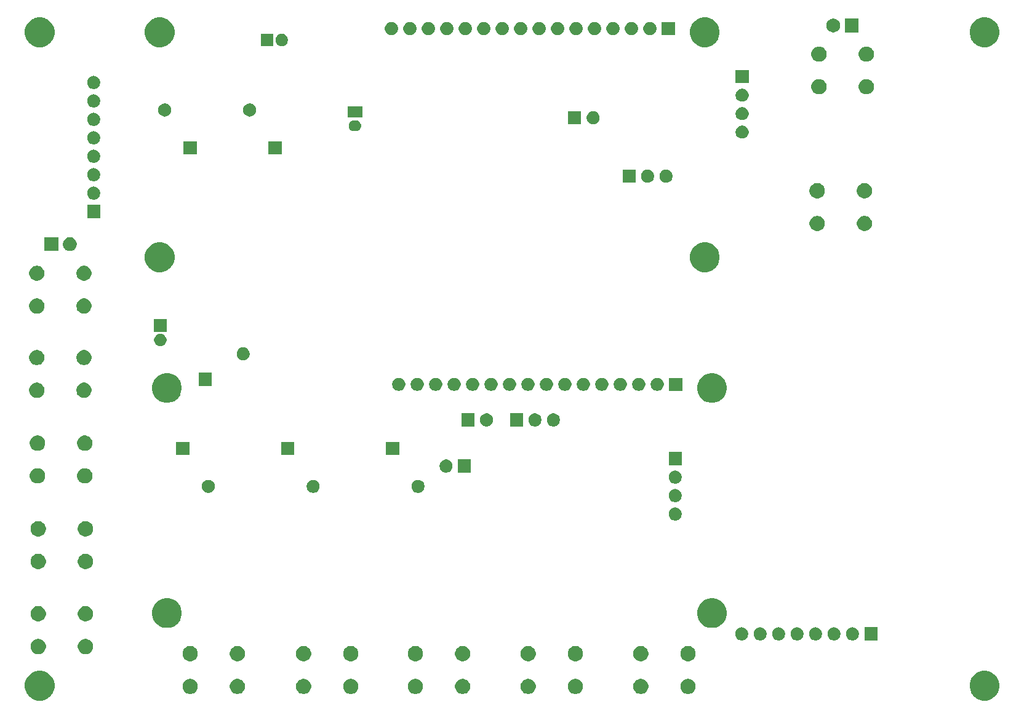
<source format=gbr>
G04 #@! TF.GenerationSoftware,KiCad,Pcbnew,(5.1.5-0-10_14)*
G04 #@! TF.CreationDate,2020-05-11T17:30:39+02:00*
G04 #@! TF.ProjectId,Main_Board_v1_1_smd,4d61696e-5f42-46f6-9172-645f76315f31,rev?*
G04 #@! TF.SameCoordinates,Original*
G04 #@! TF.FileFunction,Soldermask,Bot*
G04 #@! TF.FilePolarity,Negative*
%FSLAX46Y46*%
G04 Gerber Fmt 4.6, Leading zero omitted, Abs format (unit mm)*
G04 Created by KiCad (PCBNEW (5.1.5-0-10_14)) date 2020-05-11 17:30:39*
%MOMM*%
%LPD*%
G04 APERTURE LIST*
%ADD10C,0.100000*%
G04 APERTURE END LIST*
D10*
G36*
X161956108Y-124897201D02*
G01*
X162329365Y-125051809D01*
X162329367Y-125051810D01*
X162665290Y-125276267D01*
X162950970Y-125561947D01*
X163175428Y-125897872D01*
X163330036Y-126271129D01*
X163408854Y-126667376D01*
X163408854Y-127071390D01*
X163330036Y-127467637D01*
X163198270Y-127785748D01*
X163175427Y-127840896D01*
X162950970Y-128176819D01*
X162665290Y-128462499D01*
X162329367Y-128686956D01*
X162329366Y-128686957D01*
X162329365Y-128686957D01*
X161956108Y-128841565D01*
X161559861Y-128920383D01*
X161155847Y-128920383D01*
X160759600Y-128841565D01*
X160386343Y-128686957D01*
X160386342Y-128686957D01*
X160386341Y-128686956D01*
X160050418Y-128462499D01*
X159764738Y-128176819D01*
X159540281Y-127840896D01*
X159517438Y-127785748D01*
X159385672Y-127467637D01*
X159306854Y-127071390D01*
X159306854Y-126667376D01*
X159385672Y-126271129D01*
X159540280Y-125897872D01*
X159764738Y-125561947D01*
X160050418Y-125276267D01*
X160386341Y-125051810D01*
X160386343Y-125051809D01*
X160759600Y-124897201D01*
X161155847Y-124818383D01*
X161559861Y-124818383D01*
X161956108Y-124897201D01*
G37*
G36*
X31956108Y-124897201D02*
G01*
X32329365Y-125051809D01*
X32329367Y-125051810D01*
X32665290Y-125276267D01*
X32950970Y-125561947D01*
X33175428Y-125897872D01*
X33330036Y-126271129D01*
X33408854Y-126667376D01*
X33408854Y-127071390D01*
X33330036Y-127467637D01*
X33198270Y-127785748D01*
X33175427Y-127840896D01*
X32950970Y-128176819D01*
X32665290Y-128462499D01*
X32329367Y-128686956D01*
X32329366Y-128686957D01*
X32329365Y-128686957D01*
X31956108Y-128841565D01*
X31559861Y-128920383D01*
X31155847Y-128920383D01*
X30759600Y-128841565D01*
X30386343Y-128686957D01*
X30386342Y-128686957D01*
X30386341Y-128686956D01*
X30050418Y-128462499D01*
X29764738Y-128176819D01*
X29540281Y-127840896D01*
X29517438Y-127785748D01*
X29385672Y-127467637D01*
X29306854Y-127071390D01*
X29306854Y-126667376D01*
X29385672Y-126271129D01*
X29540280Y-125897872D01*
X29764738Y-125561947D01*
X30050418Y-125276267D01*
X30386341Y-125051810D01*
X30386343Y-125051809D01*
X30759600Y-124897201D01*
X31155847Y-124818383D01*
X31559861Y-124818383D01*
X31956108Y-124897201D01*
G37*
G36*
X105364418Y-125958772D02*
G01*
X105555687Y-126037998D01*
X105555689Y-126037999D01*
X105727827Y-126153018D01*
X105874219Y-126299410D01*
X105989239Y-126471550D01*
X106068465Y-126662819D01*
X106108854Y-126865867D01*
X106108854Y-127072899D01*
X106068465Y-127275947D01*
X105989239Y-127467216D01*
X105989238Y-127467218D01*
X105874219Y-127639356D01*
X105727827Y-127785748D01*
X105555689Y-127900767D01*
X105555688Y-127900768D01*
X105555687Y-127900768D01*
X105364418Y-127979994D01*
X105161370Y-128020383D01*
X104954338Y-128020383D01*
X104751290Y-127979994D01*
X104560021Y-127900768D01*
X104560020Y-127900768D01*
X104560019Y-127900767D01*
X104387881Y-127785748D01*
X104241489Y-127639356D01*
X104126470Y-127467218D01*
X104126469Y-127467216D01*
X104047243Y-127275947D01*
X104006854Y-127072899D01*
X104006854Y-126865867D01*
X104047243Y-126662819D01*
X104126469Y-126471550D01*
X104241489Y-126299410D01*
X104387881Y-126153018D01*
X104560019Y-126037999D01*
X104560021Y-126037998D01*
X104751290Y-125958772D01*
X104954338Y-125918383D01*
X105161370Y-125918383D01*
X105364418Y-125958772D01*
G37*
G36*
X98864418Y-125958772D02*
G01*
X99055687Y-126037998D01*
X99055689Y-126037999D01*
X99227827Y-126153018D01*
X99374219Y-126299410D01*
X99489239Y-126471550D01*
X99568465Y-126662819D01*
X99608854Y-126865867D01*
X99608854Y-127072899D01*
X99568465Y-127275947D01*
X99489239Y-127467216D01*
X99489238Y-127467218D01*
X99374219Y-127639356D01*
X99227827Y-127785748D01*
X99055689Y-127900767D01*
X99055688Y-127900768D01*
X99055687Y-127900768D01*
X98864418Y-127979994D01*
X98661370Y-128020383D01*
X98454338Y-128020383D01*
X98251290Y-127979994D01*
X98060021Y-127900768D01*
X98060020Y-127900768D01*
X98060019Y-127900767D01*
X97887881Y-127785748D01*
X97741489Y-127639356D01*
X97626470Y-127467218D01*
X97626469Y-127467216D01*
X97547243Y-127275947D01*
X97506854Y-127072899D01*
X97506854Y-126865867D01*
X97547243Y-126662819D01*
X97626469Y-126471550D01*
X97741489Y-126299410D01*
X97887881Y-126153018D01*
X98060019Y-126037999D01*
X98060021Y-126037998D01*
X98251290Y-125958772D01*
X98454338Y-125918383D01*
X98661370Y-125918383D01*
X98864418Y-125958772D01*
G37*
G36*
X89864418Y-125958772D02*
G01*
X90055687Y-126037998D01*
X90055689Y-126037999D01*
X90227827Y-126153018D01*
X90374219Y-126299410D01*
X90489239Y-126471550D01*
X90568465Y-126662819D01*
X90608854Y-126865867D01*
X90608854Y-127072899D01*
X90568465Y-127275947D01*
X90489239Y-127467216D01*
X90489238Y-127467218D01*
X90374219Y-127639356D01*
X90227827Y-127785748D01*
X90055689Y-127900767D01*
X90055688Y-127900768D01*
X90055687Y-127900768D01*
X89864418Y-127979994D01*
X89661370Y-128020383D01*
X89454338Y-128020383D01*
X89251290Y-127979994D01*
X89060021Y-127900768D01*
X89060020Y-127900768D01*
X89060019Y-127900767D01*
X88887881Y-127785748D01*
X88741489Y-127639356D01*
X88626470Y-127467218D01*
X88626469Y-127467216D01*
X88547243Y-127275947D01*
X88506854Y-127072899D01*
X88506854Y-126865867D01*
X88547243Y-126662819D01*
X88626469Y-126471550D01*
X88741489Y-126299410D01*
X88887881Y-126153018D01*
X89060019Y-126037999D01*
X89060021Y-126037998D01*
X89251290Y-125958772D01*
X89454338Y-125918383D01*
X89661370Y-125918383D01*
X89864418Y-125958772D01*
G37*
G36*
X83364418Y-125958772D02*
G01*
X83555687Y-126037998D01*
X83555689Y-126037999D01*
X83727827Y-126153018D01*
X83874219Y-126299410D01*
X83989239Y-126471550D01*
X84068465Y-126662819D01*
X84108854Y-126865867D01*
X84108854Y-127072899D01*
X84068465Y-127275947D01*
X83989239Y-127467216D01*
X83989238Y-127467218D01*
X83874219Y-127639356D01*
X83727827Y-127785748D01*
X83555689Y-127900767D01*
X83555688Y-127900768D01*
X83555687Y-127900768D01*
X83364418Y-127979994D01*
X83161370Y-128020383D01*
X82954338Y-128020383D01*
X82751290Y-127979994D01*
X82560021Y-127900768D01*
X82560020Y-127900768D01*
X82560019Y-127900767D01*
X82387881Y-127785748D01*
X82241489Y-127639356D01*
X82126470Y-127467218D01*
X82126469Y-127467216D01*
X82047243Y-127275947D01*
X82006854Y-127072899D01*
X82006854Y-126865867D01*
X82047243Y-126662819D01*
X82126469Y-126471550D01*
X82241489Y-126299410D01*
X82387881Y-126153018D01*
X82560019Y-126037999D01*
X82560021Y-126037998D01*
X82751290Y-125958772D01*
X82954338Y-125918383D01*
X83161370Y-125918383D01*
X83364418Y-125958772D01*
G37*
G36*
X74464418Y-125958772D02*
G01*
X74655687Y-126037998D01*
X74655689Y-126037999D01*
X74827827Y-126153018D01*
X74974219Y-126299410D01*
X75089239Y-126471550D01*
X75168465Y-126662819D01*
X75208854Y-126865867D01*
X75208854Y-127072899D01*
X75168465Y-127275947D01*
X75089239Y-127467216D01*
X75089238Y-127467218D01*
X74974219Y-127639356D01*
X74827827Y-127785748D01*
X74655689Y-127900767D01*
X74655688Y-127900768D01*
X74655687Y-127900768D01*
X74464418Y-127979994D01*
X74261370Y-128020383D01*
X74054338Y-128020383D01*
X73851290Y-127979994D01*
X73660021Y-127900768D01*
X73660020Y-127900768D01*
X73660019Y-127900767D01*
X73487881Y-127785748D01*
X73341489Y-127639356D01*
X73226470Y-127467218D01*
X73226469Y-127467216D01*
X73147243Y-127275947D01*
X73106854Y-127072899D01*
X73106854Y-126865867D01*
X73147243Y-126662819D01*
X73226469Y-126471550D01*
X73341489Y-126299410D01*
X73487881Y-126153018D01*
X73660019Y-126037999D01*
X73660021Y-126037998D01*
X73851290Y-125958772D01*
X74054338Y-125918383D01*
X74261370Y-125918383D01*
X74464418Y-125958772D01*
G37*
G36*
X67964418Y-125958772D02*
G01*
X68155687Y-126037998D01*
X68155689Y-126037999D01*
X68327827Y-126153018D01*
X68474219Y-126299410D01*
X68589239Y-126471550D01*
X68668465Y-126662819D01*
X68708854Y-126865867D01*
X68708854Y-127072899D01*
X68668465Y-127275947D01*
X68589239Y-127467216D01*
X68589238Y-127467218D01*
X68474219Y-127639356D01*
X68327827Y-127785748D01*
X68155689Y-127900767D01*
X68155688Y-127900768D01*
X68155687Y-127900768D01*
X67964418Y-127979994D01*
X67761370Y-128020383D01*
X67554338Y-128020383D01*
X67351290Y-127979994D01*
X67160021Y-127900768D01*
X67160020Y-127900768D01*
X67160019Y-127900767D01*
X66987881Y-127785748D01*
X66841489Y-127639356D01*
X66726470Y-127467218D01*
X66726469Y-127467216D01*
X66647243Y-127275947D01*
X66606854Y-127072899D01*
X66606854Y-126865867D01*
X66647243Y-126662819D01*
X66726469Y-126471550D01*
X66841489Y-126299410D01*
X66987881Y-126153018D01*
X67160019Y-126037999D01*
X67160021Y-126037998D01*
X67351290Y-125958772D01*
X67554338Y-125918383D01*
X67761370Y-125918383D01*
X67964418Y-125958772D01*
G37*
G36*
X58864418Y-125958772D02*
G01*
X59055687Y-126037998D01*
X59055689Y-126037999D01*
X59227827Y-126153018D01*
X59374219Y-126299410D01*
X59489239Y-126471550D01*
X59568465Y-126662819D01*
X59608854Y-126865867D01*
X59608854Y-127072899D01*
X59568465Y-127275947D01*
X59489239Y-127467216D01*
X59489238Y-127467218D01*
X59374219Y-127639356D01*
X59227827Y-127785748D01*
X59055689Y-127900767D01*
X59055688Y-127900768D01*
X59055687Y-127900768D01*
X58864418Y-127979994D01*
X58661370Y-128020383D01*
X58454338Y-128020383D01*
X58251290Y-127979994D01*
X58060021Y-127900768D01*
X58060020Y-127900768D01*
X58060019Y-127900767D01*
X57887881Y-127785748D01*
X57741489Y-127639356D01*
X57626470Y-127467218D01*
X57626469Y-127467216D01*
X57547243Y-127275947D01*
X57506854Y-127072899D01*
X57506854Y-126865867D01*
X57547243Y-126662819D01*
X57626469Y-126471550D01*
X57741489Y-126299410D01*
X57887881Y-126153018D01*
X58060019Y-126037999D01*
X58060021Y-126037998D01*
X58251290Y-125958772D01*
X58454338Y-125918383D01*
X58661370Y-125918383D01*
X58864418Y-125958772D01*
G37*
G36*
X52364418Y-125958772D02*
G01*
X52555687Y-126037998D01*
X52555689Y-126037999D01*
X52727827Y-126153018D01*
X52874219Y-126299410D01*
X52989239Y-126471550D01*
X53068465Y-126662819D01*
X53108854Y-126865867D01*
X53108854Y-127072899D01*
X53068465Y-127275947D01*
X52989239Y-127467216D01*
X52989238Y-127467218D01*
X52874219Y-127639356D01*
X52727827Y-127785748D01*
X52555689Y-127900767D01*
X52555688Y-127900768D01*
X52555687Y-127900768D01*
X52364418Y-127979994D01*
X52161370Y-128020383D01*
X51954338Y-128020383D01*
X51751290Y-127979994D01*
X51560021Y-127900768D01*
X51560020Y-127900768D01*
X51560019Y-127900767D01*
X51387881Y-127785748D01*
X51241489Y-127639356D01*
X51126470Y-127467218D01*
X51126469Y-127467216D01*
X51047243Y-127275947D01*
X51006854Y-127072899D01*
X51006854Y-126865867D01*
X51047243Y-126662819D01*
X51126469Y-126471550D01*
X51241489Y-126299410D01*
X51387881Y-126153018D01*
X51560019Y-126037999D01*
X51560021Y-126037998D01*
X51751290Y-125958772D01*
X51954338Y-125918383D01*
X52161370Y-125918383D01*
X52364418Y-125958772D01*
G37*
G36*
X114364418Y-125958772D02*
G01*
X114555687Y-126037998D01*
X114555689Y-126037999D01*
X114727827Y-126153018D01*
X114874219Y-126299410D01*
X114989239Y-126471550D01*
X115068465Y-126662819D01*
X115108854Y-126865867D01*
X115108854Y-127072899D01*
X115068465Y-127275947D01*
X114989239Y-127467216D01*
X114989238Y-127467218D01*
X114874219Y-127639356D01*
X114727827Y-127785748D01*
X114555689Y-127900767D01*
X114555688Y-127900768D01*
X114555687Y-127900768D01*
X114364418Y-127979994D01*
X114161370Y-128020383D01*
X113954338Y-128020383D01*
X113751290Y-127979994D01*
X113560021Y-127900768D01*
X113560020Y-127900768D01*
X113560019Y-127900767D01*
X113387881Y-127785748D01*
X113241489Y-127639356D01*
X113126470Y-127467218D01*
X113126469Y-127467216D01*
X113047243Y-127275947D01*
X113006854Y-127072899D01*
X113006854Y-126865867D01*
X113047243Y-126662819D01*
X113126469Y-126471550D01*
X113241489Y-126299410D01*
X113387881Y-126153018D01*
X113560019Y-126037999D01*
X113560021Y-126037998D01*
X113751290Y-125958772D01*
X113954338Y-125918383D01*
X114161370Y-125918383D01*
X114364418Y-125958772D01*
G37*
G36*
X120864418Y-125958772D02*
G01*
X121055687Y-126037998D01*
X121055689Y-126037999D01*
X121227827Y-126153018D01*
X121374219Y-126299410D01*
X121489239Y-126471550D01*
X121568465Y-126662819D01*
X121608854Y-126865867D01*
X121608854Y-127072899D01*
X121568465Y-127275947D01*
X121489239Y-127467216D01*
X121489238Y-127467218D01*
X121374219Y-127639356D01*
X121227827Y-127785748D01*
X121055689Y-127900767D01*
X121055688Y-127900768D01*
X121055687Y-127900768D01*
X120864418Y-127979994D01*
X120661370Y-128020383D01*
X120454338Y-128020383D01*
X120251290Y-127979994D01*
X120060021Y-127900768D01*
X120060020Y-127900768D01*
X120060019Y-127900767D01*
X119887881Y-127785748D01*
X119741489Y-127639356D01*
X119626470Y-127467218D01*
X119626469Y-127467216D01*
X119547243Y-127275947D01*
X119506854Y-127072899D01*
X119506854Y-126865867D01*
X119547243Y-126662819D01*
X119626469Y-126471550D01*
X119741489Y-126299410D01*
X119887881Y-126153018D01*
X120060019Y-126037999D01*
X120060021Y-126037998D01*
X120251290Y-125958772D01*
X120454338Y-125918383D01*
X120661370Y-125918383D01*
X120864418Y-125958772D01*
G37*
G36*
X120864418Y-121458772D02*
G01*
X121055687Y-121537998D01*
X121055689Y-121537999D01*
X121227827Y-121653018D01*
X121374219Y-121799410D01*
X121486345Y-121967218D01*
X121489239Y-121971550D01*
X121568465Y-122162819D01*
X121608854Y-122365867D01*
X121608854Y-122572899D01*
X121568465Y-122775947D01*
X121489239Y-122967216D01*
X121489238Y-122967218D01*
X121374219Y-123139356D01*
X121227827Y-123285748D01*
X121055689Y-123400767D01*
X121055688Y-123400768D01*
X121055687Y-123400768D01*
X120864418Y-123479994D01*
X120661370Y-123520383D01*
X120454338Y-123520383D01*
X120251290Y-123479994D01*
X120060021Y-123400768D01*
X120060020Y-123400768D01*
X120060019Y-123400767D01*
X119887881Y-123285748D01*
X119741489Y-123139356D01*
X119626470Y-122967218D01*
X119626469Y-122967216D01*
X119547243Y-122775947D01*
X119506854Y-122572899D01*
X119506854Y-122365867D01*
X119547243Y-122162819D01*
X119626469Y-121971550D01*
X119629364Y-121967218D01*
X119741489Y-121799410D01*
X119887881Y-121653018D01*
X120060019Y-121537999D01*
X120060021Y-121537998D01*
X120251290Y-121458772D01*
X120454338Y-121418383D01*
X120661370Y-121418383D01*
X120864418Y-121458772D01*
G37*
G36*
X74464418Y-121458772D02*
G01*
X74655687Y-121537998D01*
X74655689Y-121537999D01*
X74827827Y-121653018D01*
X74974219Y-121799410D01*
X75086345Y-121967218D01*
X75089239Y-121971550D01*
X75168465Y-122162819D01*
X75208854Y-122365867D01*
X75208854Y-122572899D01*
X75168465Y-122775947D01*
X75089239Y-122967216D01*
X75089238Y-122967218D01*
X74974219Y-123139356D01*
X74827827Y-123285748D01*
X74655689Y-123400767D01*
X74655688Y-123400768D01*
X74655687Y-123400768D01*
X74464418Y-123479994D01*
X74261370Y-123520383D01*
X74054338Y-123520383D01*
X73851290Y-123479994D01*
X73660021Y-123400768D01*
X73660020Y-123400768D01*
X73660019Y-123400767D01*
X73487881Y-123285748D01*
X73341489Y-123139356D01*
X73226470Y-122967218D01*
X73226469Y-122967216D01*
X73147243Y-122775947D01*
X73106854Y-122572899D01*
X73106854Y-122365867D01*
X73147243Y-122162819D01*
X73226469Y-121971550D01*
X73229364Y-121967218D01*
X73341489Y-121799410D01*
X73487881Y-121653018D01*
X73660019Y-121537999D01*
X73660021Y-121537998D01*
X73851290Y-121458772D01*
X74054338Y-121418383D01*
X74261370Y-121418383D01*
X74464418Y-121458772D01*
G37*
G36*
X114364418Y-121458772D02*
G01*
X114555687Y-121537998D01*
X114555689Y-121537999D01*
X114727827Y-121653018D01*
X114874219Y-121799410D01*
X114986345Y-121967218D01*
X114989239Y-121971550D01*
X115068465Y-122162819D01*
X115108854Y-122365867D01*
X115108854Y-122572899D01*
X115068465Y-122775947D01*
X114989239Y-122967216D01*
X114989238Y-122967218D01*
X114874219Y-123139356D01*
X114727827Y-123285748D01*
X114555689Y-123400767D01*
X114555688Y-123400768D01*
X114555687Y-123400768D01*
X114364418Y-123479994D01*
X114161370Y-123520383D01*
X113954338Y-123520383D01*
X113751290Y-123479994D01*
X113560021Y-123400768D01*
X113560020Y-123400768D01*
X113560019Y-123400767D01*
X113387881Y-123285748D01*
X113241489Y-123139356D01*
X113126470Y-122967218D01*
X113126469Y-122967216D01*
X113047243Y-122775947D01*
X113006854Y-122572899D01*
X113006854Y-122365867D01*
X113047243Y-122162819D01*
X113126469Y-121971550D01*
X113129364Y-121967218D01*
X113241489Y-121799410D01*
X113387881Y-121653018D01*
X113560019Y-121537999D01*
X113560021Y-121537998D01*
X113751290Y-121458772D01*
X113954338Y-121418383D01*
X114161370Y-121418383D01*
X114364418Y-121458772D01*
G37*
G36*
X67964418Y-121458772D02*
G01*
X68155687Y-121537998D01*
X68155689Y-121537999D01*
X68327827Y-121653018D01*
X68474219Y-121799410D01*
X68586345Y-121967218D01*
X68589239Y-121971550D01*
X68668465Y-122162819D01*
X68708854Y-122365867D01*
X68708854Y-122572899D01*
X68668465Y-122775947D01*
X68589239Y-122967216D01*
X68589238Y-122967218D01*
X68474219Y-123139356D01*
X68327827Y-123285748D01*
X68155689Y-123400767D01*
X68155688Y-123400768D01*
X68155687Y-123400768D01*
X67964418Y-123479994D01*
X67761370Y-123520383D01*
X67554338Y-123520383D01*
X67351290Y-123479994D01*
X67160021Y-123400768D01*
X67160020Y-123400768D01*
X67160019Y-123400767D01*
X66987881Y-123285748D01*
X66841489Y-123139356D01*
X66726470Y-122967218D01*
X66726469Y-122967216D01*
X66647243Y-122775947D01*
X66606854Y-122572899D01*
X66606854Y-122365867D01*
X66647243Y-122162819D01*
X66726469Y-121971550D01*
X66729364Y-121967218D01*
X66841489Y-121799410D01*
X66987881Y-121653018D01*
X67160019Y-121537999D01*
X67160021Y-121537998D01*
X67351290Y-121458772D01*
X67554338Y-121418383D01*
X67761370Y-121418383D01*
X67964418Y-121458772D01*
G37*
G36*
X98864418Y-121458772D02*
G01*
X99055687Y-121537998D01*
X99055689Y-121537999D01*
X99227827Y-121653018D01*
X99374219Y-121799410D01*
X99486345Y-121967218D01*
X99489239Y-121971550D01*
X99568465Y-122162819D01*
X99608854Y-122365867D01*
X99608854Y-122572899D01*
X99568465Y-122775947D01*
X99489239Y-122967216D01*
X99489238Y-122967218D01*
X99374219Y-123139356D01*
X99227827Y-123285748D01*
X99055689Y-123400767D01*
X99055688Y-123400768D01*
X99055687Y-123400768D01*
X98864418Y-123479994D01*
X98661370Y-123520383D01*
X98454338Y-123520383D01*
X98251290Y-123479994D01*
X98060021Y-123400768D01*
X98060020Y-123400768D01*
X98060019Y-123400767D01*
X97887881Y-123285748D01*
X97741489Y-123139356D01*
X97626470Y-122967218D01*
X97626469Y-122967216D01*
X97547243Y-122775947D01*
X97506854Y-122572899D01*
X97506854Y-122365867D01*
X97547243Y-122162819D01*
X97626469Y-121971550D01*
X97629364Y-121967218D01*
X97741489Y-121799410D01*
X97887881Y-121653018D01*
X98060019Y-121537999D01*
X98060021Y-121537998D01*
X98251290Y-121458772D01*
X98454338Y-121418383D01*
X98661370Y-121418383D01*
X98864418Y-121458772D01*
G37*
G36*
X105364418Y-121458772D02*
G01*
X105555687Y-121537998D01*
X105555689Y-121537999D01*
X105727827Y-121653018D01*
X105874219Y-121799410D01*
X105986345Y-121967218D01*
X105989239Y-121971550D01*
X106068465Y-122162819D01*
X106108854Y-122365867D01*
X106108854Y-122572899D01*
X106068465Y-122775947D01*
X105989239Y-122967216D01*
X105989238Y-122967218D01*
X105874219Y-123139356D01*
X105727827Y-123285748D01*
X105555689Y-123400767D01*
X105555688Y-123400768D01*
X105555687Y-123400768D01*
X105364418Y-123479994D01*
X105161370Y-123520383D01*
X104954338Y-123520383D01*
X104751290Y-123479994D01*
X104560021Y-123400768D01*
X104560020Y-123400768D01*
X104560019Y-123400767D01*
X104387881Y-123285748D01*
X104241489Y-123139356D01*
X104126470Y-122967218D01*
X104126469Y-122967216D01*
X104047243Y-122775947D01*
X104006854Y-122572899D01*
X104006854Y-122365867D01*
X104047243Y-122162819D01*
X104126469Y-121971550D01*
X104129364Y-121967218D01*
X104241489Y-121799410D01*
X104387881Y-121653018D01*
X104560019Y-121537999D01*
X104560021Y-121537998D01*
X104751290Y-121458772D01*
X104954338Y-121418383D01*
X105161370Y-121418383D01*
X105364418Y-121458772D01*
G37*
G36*
X52364418Y-121458772D02*
G01*
X52555687Y-121537998D01*
X52555689Y-121537999D01*
X52727827Y-121653018D01*
X52874219Y-121799410D01*
X52986345Y-121967218D01*
X52989239Y-121971550D01*
X53068465Y-122162819D01*
X53108854Y-122365867D01*
X53108854Y-122572899D01*
X53068465Y-122775947D01*
X52989239Y-122967216D01*
X52989238Y-122967218D01*
X52874219Y-123139356D01*
X52727827Y-123285748D01*
X52555689Y-123400767D01*
X52555688Y-123400768D01*
X52555687Y-123400768D01*
X52364418Y-123479994D01*
X52161370Y-123520383D01*
X51954338Y-123520383D01*
X51751290Y-123479994D01*
X51560021Y-123400768D01*
X51560020Y-123400768D01*
X51560019Y-123400767D01*
X51387881Y-123285748D01*
X51241489Y-123139356D01*
X51126470Y-122967218D01*
X51126469Y-122967216D01*
X51047243Y-122775947D01*
X51006854Y-122572899D01*
X51006854Y-122365867D01*
X51047243Y-122162819D01*
X51126469Y-121971550D01*
X51129364Y-121967218D01*
X51241489Y-121799410D01*
X51387881Y-121653018D01*
X51560019Y-121537999D01*
X51560021Y-121537998D01*
X51751290Y-121458772D01*
X51954338Y-121418383D01*
X52161370Y-121418383D01*
X52364418Y-121458772D01*
G37*
G36*
X89864418Y-121458772D02*
G01*
X90055687Y-121537998D01*
X90055689Y-121537999D01*
X90227827Y-121653018D01*
X90374219Y-121799410D01*
X90486345Y-121967218D01*
X90489239Y-121971550D01*
X90568465Y-122162819D01*
X90608854Y-122365867D01*
X90608854Y-122572899D01*
X90568465Y-122775947D01*
X90489239Y-122967216D01*
X90489238Y-122967218D01*
X90374219Y-123139356D01*
X90227827Y-123285748D01*
X90055689Y-123400767D01*
X90055688Y-123400768D01*
X90055687Y-123400768D01*
X89864418Y-123479994D01*
X89661370Y-123520383D01*
X89454338Y-123520383D01*
X89251290Y-123479994D01*
X89060021Y-123400768D01*
X89060020Y-123400768D01*
X89060019Y-123400767D01*
X88887881Y-123285748D01*
X88741489Y-123139356D01*
X88626470Y-122967218D01*
X88626469Y-122967216D01*
X88547243Y-122775947D01*
X88506854Y-122572899D01*
X88506854Y-122365867D01*
X88547243Y-122162819D01*
X88626469Y-121971550D01*
X88629364Y-121967218D01*
X88741489Y-121799410D01*
X88887881Y-121653018D01*
X89060019Y-121537999D01*
X89060021Y-121537998D01*
X89251290Y-121458772D01*
X89454338Y-121418383D01*
X89661370Y-121418383D01*
X89864418Y-121458772D01*
G37*
G36*
X58864418Y-121458772D02*
G01*
X59055687Y-121537998D01*
X59055689Y-121537999D01*
X59227827Y-121653018D01*
X59374219Y-121799410D01*
X59486345Y-121967218D01*
X59489239Y-121971550D01*
X59568465Y-122162819D01*
X59608854Y-122365867D01*
X59608854Y-122572899D01*
X59568465Y-122775947D01*
X59489239Y-122967216D01*
X59489238Y-122967218D01*
X59374219Y-123139356D01*
X59227827Y-123285748D01*
X59055689Y-123400767D01*
X59055688Y-123400768D01*
X59055687Y-123400768D01*
X58864418Y-123479994D01*
X58661370Y-123520383D01*
X58454338Y-123520383D01*
X58251290Y-123479994D01*
X58060021Y-123400768D01*
X58060020Y-123400768D01*
X58060019Y-123400767D01*
X57887881Y-123285748D01*
X57741489Y-123139356D01*
X57626470Y-122967218D01*
X57626469Y-122967216D01*
X57547243Y-122775947D01*
X57506854Y-122572899D01*
X57506854Y-122365867D01*
X57547243Y-122162819D01*
X57626469Y-121971550D01*
X57629364Y-121967218D01*
X57741489Y-121799410D01*
X57887881Y-121653018D01*
X58060019Y-121537999D01*
X58060021Y-121537998D01*
X58251290Y-121458772D01*
X58454338Y-121418383D01*
X58661370Y-121418383D01*
X58864418Y-121458772D01*
G37*
G36*
X83364418Y-121458772D02*
G01*
X83555687Y-121537998D01*
X83555689Y-121537999D01*
X83727827Y-121653018D01*
X83874219Y-121799410D01*
X83986345Y-121967218D01*
X83989239Y-121971550D01*
X84068465Y-122162819D01*
X84108854Y-122365867D01*
X84108854Y-122572899D01*
X84068465Y-122775947D01*
X83989239Y-122967216D01*
X83989238Y-122967218D01*
X83874219Y-123139356D01*
X83727827Y-123285748D01*
X83555689Y-123400767D01*
X83555688Y-123400768D01*
X83555687Y-123400768D01*
X83364418Y-123479994D01*
X83161370Y-123520383D01*
X82954338Y-123520383D01*
X82751290Y-123479994D01*
X82560021Y-123400768D01*
X82560020Y-123400768D01*
X82560019Y-123400767D01*
X82387881Y-123285748D01*
X82241489Y-123139356D01*
X82126470Y-122967218D01*
X82126469Y-122967216D01*
X82047243Y-122775947D01*
X82006854Y-122572899D01*
X82006854Y-122365867D01*
X82047243Y-122162819D01*
X82126469Y-121971550D01*
X82129364Y-121967218D01*
X82241489Y-121799410D01*
X82387881Y-121653018D01*
X82560019Y-121537999D01*
X82560021Y-121537998D01*
X82751290Y-121458772D01*
X82954338Y-121418383D01*
X83161370Y-121418383D01*
X83364418Y-121458772D01*
G37*
G36*
X31464418Y-120458772D02*
G01*
X31655687Y-120537998D01*
X31655689Y-120537999D01*
X31754104Y-120603758D01*
X31827827Y-120653018D01*
X31974219Y-120799410D01*
X32089239Y-120971550D01*
X32168465Y-121162819D01*
X32208854Y-121365867D01*
X32208854Y-121572899D01*
X32168465Y-121775947D01*
X32158746Y-121799410D01*
X32089238Y-121967218D01*
X31974219Y-122139356D01*
X31827827Y-122285748D01*
X31655689Y-122400767D01*
X31655688Y-122400768D01*
X31655687Y-122400768D01*
X31464418Y-122479994D01*
X31261370Y-122520383D01*
X31054338Y-122520383D01*
X30851290Y-122479994D01*
X30660021Y-122400768D01*
X30660020Y-122400768D01*
X30660019Y-122400767D01*
X30487881Y-122285748D01*
X30341489Y-122139356D01*
X30226470Y-121967218D01*
X30156962Y-121799410D01*
X30147243Y-121775947D01*
X30106854Y-121572899D01*
X30106854Y-121365867D01*
X30147243Y-121162819D01*
X30226469Y-120971550D01*
X30341489Y-120799410D01*
X30487881Y-120653018D01*
X30561604Y-120603758D01*
X30660019Y-120537999D01*
X30660021Y-120537998D01*
X30851290Y-120458772D01*
X31054338Y-120418383D01*
X31261370Y-120418383D01*
X31464418Y-120458772D01*
G37*
G36*
X37964418Y-120458772D02*
G01*
X38155687Y-120537998D01*
X38155689Y-120537999D01*
X38254104Y-120603758D01*
X38327827Y-120653018D01*
X38474219Y-120799410D01*
X38589239Y-120971550D01*
X38668465Y-121162819D01*
X38708854Y-121365867D01*
X38708854Y-121572899D01*
X38668465Y-121775947D01*
X38658746Y-121799410D01*
X38589238Y-121967218D01*
X38474219Y-122139356D01*
X38327827Y-122285748D01*
X38155689Y-122400767D01*
X38155688Y-122400768D01*
X38155687Y-122400768D01*
X37964418Y-122479994D01*
X37761370Y-122520383D01*
X37554338Y-122520383D01*
X37351290Y-122479994D01*
X37160021Y-122400768D01*
X37160020Y-122400768D01*
X37160019Y-122400767D01*
X36987881Y-122285748D01*
X36841489Y-122139356D01*
X36726470Y-121967218D01*
X36656962Y-121799410D01*
X36647243Y-121775947D01*
X36606854Y-121572899D01*
X36606854Y-121365867D01*
X36647243Y-121162819D01*
X36726469Y-120971550D01*
X36841489Y-120799410D01*
X36987881Y-120653018D01*
X37061604Y-120603758D01*
X37160019Y-120537999D01*
X37160021Y-120537998D01*
X37351290Y-120458772D01*
X37554338Y-120418383D01*
X37761370Y-120418383D01*
X37964418Y-120458772D01*
G37*
G36*
X146622854Y-120638383D02*
G01*
X144820854Y-120638383D01*
X144820854Y-118836383D01*
X146622854Y-118836383D01*
X146622854Y-120638383D01*
G37*
G36*
X128055366Y-118841310D02*
G01*
X128204666Y-118871007D01*
X128368638Y-118938927D01*
X128516208Y-119037530D01*
X128641707Y-119163029D01*
X128740310Y-119310599D01*
X128808230Y-119474571D01*
X128842854Y-119648642D01*
X128842854Y-119826124D01*
X128808230Y-120000195D01*
X128740310Y-120164167D01*
X128641707Y-120311737D01*
X128516208Y-120437236D01*
X128368638Y-120535839D01*
X128204666Y-120603759D01*
X128055366Y-120633456D01*
X128030596Y-120638383D01*
X127853112Y-120638383D01*
X127828342Y-120633456D01*
X127679042Y-120603759D01*
X127515070Y-120535839D01*
X127367500Y-120437236D01*
X127242001Y-120311737D01*
X127143398Y-120164167D01*
X127075478Y-120000195D01*
X127040854Y-119826124D01*
X127040854Y-119648642D01*
X127075478Y-119474571D01*
X127143398Y-119310599D01*
X127242001Y-119163029D01*
X127367500Y-119037530D01*
X127515070Y-118938927D01*
X127679042Y-118871007D01*
X127828342Y-118841310D01*
X127853112Y-118836383D01*
X128030596Y-118836383D01*
X128055366Y-118841310D01*
G37*
G36*
X130595366Y-118841310D02*
G01*
X130744666Y-118871007D01*
X130908638Y-118938927D01*
X131056208Y-119037530D01*
X131181707Y-119163029D01*
X131280310Y-119310599D01*
X131348230Y-119474571D01*
X131382854Y-119648642D01*
X131382854Y-119826124D01*
X131348230Y-120000195D01*
X131280310Y-120164167D01*
X131181707Y-120311737D01*
X131056208Y-120437236D01*
X130908638Y-120535839D01*
X130744666Y-120603759D01*
X130595366Y-120633456D01*
X130570596Y-120638383D01*
X130393112Y-120638383D01*
X130368342Y-120633456D01*
X130219042Y-120603759D01*
X130055070Y-120535839D01*
X129907500Y-120437236D01*
X129782001Y-120311737D01*
X129683398Y-120164167D01*
X129615478Y-120000195D01*
X129580854Y-119826124D01*
X129580854Y-119648642D01*
X129615478Y-119474571D01*
X129683398Y-119310599D01*
X129782001Y-119163029D01*
X129907500Y-119037530D01*
X130055070Y-118938927D01*
X130219042Y-118871007D01*
X130368342Y-118841310D01*
X130393112Y-118836383D01*
X130570596Y-118836383D01*
X130595366Y-118841310D01*
G37*
G36*
X133135366Y-118841310D02*
G01*
X133284666Y-118871007D01*
X133448638Y-118938927D01*
X133596208Y-119037530D01*
X133721707Y-119163029D01*
X133820310Y-119310599D01*
X133888230Y-119474571D01*
X133922854Y-119648642D01*
X133922854Y-119826124D01*
X133888230Y-120000195D01*
X133820310Y-120164167D01*
X133721707Y-120311737D01*
X133596208Y-120437236D01*
X133448638Y-120535839D01*
X133284666Y-120603759D01*
X133135366Y-120633456D01*
X133110596Y-120638383D01*
X132933112Y-120638383D01*
X132908342Y-120633456D01*
X132759042Y-120603759D01*
X132595070Y-120535839D01*
X132447500Y-120437236D01*
X132322001Y-120311737D01*
X132223398Y-120164167D01*
X132155478Y-120000195D01*
X132120854Y-119826124D01*
X132120854Y-119648642D01*
X132155478Y-119474571D01*
X132223398Y-119310599D01*
X132322001Y-119163029D01*
X132447500Y-119037530D01*
X132595070Y-118938927D01*
X132759042Y-118871007D01*
X132908342Y-118841310D01*
X132933112Y-118836383D01*
X133110596Y-118836383D01*
X133135366Y-118841310D01*
G37*
G36*
X135675366Y-118841310D02*
G01*
X135824666Y-118871007D01*
X135988638Y-118938927D01*
X136136208Y-119037530D01*
X136261707Y-119163029D01*
X136360310Y-119310599D01*
X136428230Y-119474571D01*
X136462854Y-119648642D01*
X136462854Y-119826124D01*
X136428230Y-120000195D01*
X136360310Y-120164167D01*
X136261707Y-120311737D01*
X136136208Y-120437236D01*
X135988638Y-120535839D01*
X135824666Y-120603759D01*
X135675366Y-120633456D01*
X135650596Y-120638383D01*
X135473112Y-120638383D01*
X135448342Y-120633456D01*
X135299042Y-120603759D01*
X135135070Y-120535839D01*
X134987500Y-120437236D01*
X134862001Y-120311737D01*
X134763398Y-120164167D01*
X134695478Y-120000195D01*
X134660854Y-119826124D01*
X134660854Y-119648642D01*
X134695478Y-119474571D01*
X134763398Y-119310599D01*
X134862001Y-119163029D01*
X134987500Y-119037530D01*
X135135070Y-118938927D01*
X135299042Y-118871007D01*
X135448342Y-118841310D01*
X135473112Y-118836383D01*
X135650596Y-118836383D01*
X135675366Y-118841310D01*
G37*
G36*
X138215366Y-118841310D02*
G01*
X138364666Y-118871007D01*
X138528638Y-118938927D01*
X138676208Y-119037530D01*
X138801707Y-119163029D01*
X138900310Y-119310599D01*
X138968230Y-119474571D01*
X139002854Y-119648642D01*
X139002854Y-119826124D01*
X138968230Y-120000195D01*
X138900310Y-120164167D01*
X138801707Y-120311737D01*
X138676208Y-120437236D01*
X138528638Y-120535839D01*
X138364666Y-120603759D01*
X138215366Y-120633456D01*
X138190596Y-120638383D01*
X138013112Y-120638383D01*
X137988342Y-120633456D01*
X137839042Y-120603759D01*
X137675070Y-120535839D01*
X137527500Y-120437236D01*
X137402001Y-120311737D01*
X137303398Y-120164167D01*
X137235478Y-120000195D01*
X137200854Y-119826124D01*
X137200854Y-119648642D01*
X137235478Y-119474571D01*
X137303398Y-119310599D01*
X137402001Y-119163029D01*
X137527500Y-119037530D01*
X137675070Y-118938927D01*
X137839042Y-118871007D01*
X137988342Y-118841310D01*
X138013112Y-118836383D01*
X138190596Y-118836383D01*
X138215366Y-118841310D01*
G37*
G36*
X143295366Y-118841310D02*
G01*
X143444666Y-118871007D01*
X143608638Y-118938927D01*
X143756208Y-119037530D01*
X143881707Y-119163029D01*
X143980310Y-119310599D01*
X144048230Y-119474571D01*
X144082854Y-119648642D01*
X144082854Y-119826124D01*
X144048230Y-120000195D01*
X143980310Y-120164167D01*
X143881707Y-120311737D01*
X143756208Y-120437236D01*
X143608638Y-120535839D01*
X143444666Y-120603759D01*
X143295366Y-120633456D01*
X143270596Y-120638383D01*
X143093112Y-120638383D01*
X143068342Y-120633456D01*
X142919042Y-120603759D01*
X142755070Y-120535839D01*
X142607500Y-120437236D01*
X142482001Y-120311737D01*
X142383398Y-120164167D01*
X142315478Y-120000195D01*
X142280854Y-119826124D01*
X142280854Y-119648642D01*
X142315478Y-119474571D01*
X142383398Y-119310599D01*
X142482001Y-119163029D01*
X142607500Y-119037530D01*
X142755070Y-118938927D01*
X142919042Y-118871007D01*
X143068342Y-118841310D01*
X143093112Y-118836383D01*
X143270596Y-118836383D01*
X143295366Y-118841310D01*
G37*
G36*
X140755366Y-118841310D02*
G01*
X140904666Y-118871007D01*
X141068638Y-118938927D01*
X141216208Y-119037530D01*
X141341707Y-119163029D01*
X141440310Y-119310599D01*
X141508230Y-119474571D01*
X141542854Y-119648642D01*
X141542854Y-119826124D01*
X141508230Y-120000195D01*
X141440310Y-120164167D01*
X141341707Y-120311737D01*
X141216208Y-120437236D01*
X141068638Y-120535839D01*
X140904666Y-120603759D01*
X140755366Y-120633456D01*
X140730596Y-120638383D01*
X140553112Y-120638383D01*
X140528342Y-120633456D01*
X140379042Y-120603759D01*
X140215070Y-120535839D01*
X140067500Y-120437236D01*
X139942001Y-120311737D01*
X139843398Y-120164167D01*
X139775478Y-120000195D01*
X139740854Y-119826124D01*
X139740854Y-119648642D01*
X139775478Y-119474571D01*
X139843398Y-119310599D01*
X139942001Y-119163029D01*
X140067500Y-119037530D01*
X140215070Y-118938927D01*
X140379042Y-118871007D01*
X140528342Y-118841310D01*
X140553112Y-118836383D01*
X140730596Y-118836383D01*
X140755366Y-118841310D01*
G37*
G36*
X124456108Y-114897201D02*
G01*
X124829365Y-115051809D01*
X124829367Y-115051810D01*
X125165290Y-115276267D01*
X125450970Y-115561947D01*
X125675428Y-115897872D01*
X125830036Y-116271129D01*
X125908854Y-116667376D01*
X125908854Y-117071390D01*
X125830036Y-117467637D01*
X125698270Y-117785748D01*
X125675427Y-117840896D01*
X125450970Y-118176819D01*
X125165290Y-118462499D01*
X124829367Y-118686956D01*
X124829366Y-118686957D01*
X124829365Y-118686957D01*
X124456108Y-118841565D01*
X124059861Y-118920383D01*
X123655847Y-118920383D01*
X123259600Y-118841565D01*
X122886343Y-118686957D01*
X122886342Y-118686957D01*
X122886341Y-118686956D01*
X122550418Y-118462499D01*
X122264738Y-118176819D01*
X122040281Y-117840896D01*
X122017438Y-117785748D01*
X121885672Y-117467637D01*
X121806854Y-117071390D01*
X121806854Y-116667376D01*
X121885672Y-116271129D01*
X122040280Y-115897872D01*
X122264738Y-115561947D01*
X122550418Y-115276267D01*
X122886341Y-115051810D01*
X122886343Y-115051809D01*
X123259600Y-114897201D01*
X123655847Y-114818383D01*
X124059861Y-114818383D01*
X124456108Y-114897201D01*
G37*
G36*
X49456108Y-114897201D02*
G01*
X49829365Y-115051809D01*
X49829367Y-115051810D01*
X50165290Y-115276267D01*
X50450970Y-115561947D01*
X50675428Y-115897872D01*
X50830036Y-116271129D01*
X50908854Y-116667376D01*
X50908854Y-117071390D01*
X50830036Y-117467637D01*
X50698270Y-117785748D01*
X50675427Y-117840896D01*
X50450970Y-118176819D01*
X50165290Y-118462499D01*
X49829367Y-118686956D01*
X49829366Y-118686957D01*
X49829365Y-118686957D01*
X49456108Y-118841565D01*
X49059861Y-118920383D01*
X48655847Y-118920383D01*
X48259600Y-118841565D01*
X47886343Y-118686957D01*
X47886342Y-118686957D01*
X47886341Y-118686956D01*
X47550418Y-118462499D01*
X47264738Y-118176819D01*
X47040281Y-117840896D01*
X47017438Y-117785748D01*
X46885672Y-117467637D01*
X46806854Y-117071390D01*
X46806854Y-116667376D01*
X46885672Y-116271129D01*
X47040280Y-115897872D01*
X47264738Y-115561947D01*
X47550418Y-115276267D01*
X47886341Y-115051810D01*
X47886343Y-115051809D01*
X48259600Y-114897201D01*
X48655847Y-114818383D01*
X49059861Y-114818383D01*
X49456108Y-114897201D01*
G37*
G36*
X37964418Y-115958772D02*
G01*
X38155687Y-116037998D01*
X38155689Y-116037999D01*
X38327827Y-116153018D01*
X38474219Y-116299410D01*
X38589239Y-116471550D01*
X38668465Y-116662819D01*
X38708854Y-116865867D01*
X38708854Y-117072899D01*
X38668465Y-117275947D01*
X38589239Y-117467216D01*
X38589238Y-117467218D01*
X38474219Y-117639356D01*
X38327827Y-117785748D01*
X38155689Y-117900767D01*
X38155688Y-117900768D01*
X38155687Y-117900768D01*
X37964418Y-117979994D01*
X37761370Y-118020383D01*
X37554338Y-118020383D01*
X37351290Y-117979994D01*
X37160021Y-117900768D01*
X37160020Y-117900768D01*
X37160019Y-117900767D01*
X36987881Y-117785748D01*
X36841489Y-117639356D01*
X36726470Y-117467218D01*
X36726469Y-117467216D01*
X36647243Y-117275947D01*
X36606854Y-117072899D01*
X36606854Y-116865867D01*
X36647243Y-116662819D01*
X36726469Y-116471550D01*
X36841489Y-116299410D01*
X36987881Y-116153018D01*
X37160019Y-116037999D01*
X37160021Y-116037998D01*
X37351290Y-115958772D01*
X37554338Y-115918383D01*
X37761370Y-115918383D01*
X37964418Y-115958772D01*
G37*
G36*
X31464418Y-115958772D02*
G01*
X31655687Y-116037998D01*
X31655689Y-116037999D01*
X31827827Y-116153018D01*
X31974219Y-116299410D01*
X32089239Y-116471550D01*
X32168465Y-116662819D01*
X32208854Y-116865867D01*
X32208854Y-117072899D01*
X32168465Y-117275947D01*
X32089239Y-117467216D01*
X32089238Y-117467218D01*
X31974219Y-117639356D01*
X31827827Y-117785748D01*
X31655689Y-117900767D01*
X31655688Y-117900768D01*
X31655687Y-117900768D01*
X31464418Y-117979994D01*
X31261370Y-118020383D01*
X31054338Y-118020383D01*
X30851290Y-117979994D01*
X30660021Y-117900768D01*
X30660020Y-117900768D01*
X30660019Y-117900767D01*
X30487881Y-117785748D01*
X30341489Y-117639356D01*
X30226470Y-117467218D01*
X30226469Y-117467216D01*
X30147243Y-117275947D01*
X30106854Y-117072899D01*
X30106854Y-116865867D01*
X30147243Y-116662819D01*
X30226469Y-116471550D01*
X30341489Y-116299410D01*
X30487881Y-116153018D01*
X30660019Y-116037999D01*
X30660021Y-116037998D01*
X30851290Y-115958772D01*
X31054338Y-115918383D01*
X31261370Y-115918383D01*
X31464418Y-115958772D01*
G37*
G36*
X31464418Y-108758772D02*
G01*
X31655687Y-108837998D01*
X31655689Y-108837999D01*
X31827827Y-108953018D01*
X31974219Y-109099410D01*
X32089239Y-109271550D01*
X32168465Y-109462819D01*
X32208854Y-109665867D01*
X32208854Y-109872899D01*
X32168465Y-110075947D01*
X32089239Y-110267216D01*
X32089238Y-110267218D01*
X31974219Y-110439356D01*
X31827827Y-110585748D01*
X31655689Y-110700767D01*
X31655688Y-110700768D01*
X31655687Y-110700768D01*
X31464418Y-110779994D01*
X31261370Y-110820383D01*
X31054338Y-110820383D01*
X30851290Y-110779994D01*
X30660021Y-110700768D01*
X30660020Y-110700768D01*
X30660019Y-110700767D01*
X30487881Y-110585748D01*
X30341489Y-110439356D01*
X30226470Y-110267218D01*
X30226469Y-110267216D01*
X30147243Y-110075947D01*
X30106854Y-109872899D01*
X30106854Y-109665867D01*
X30147243Y-109462819D01*
X30226469Y-109271550D01*
X30341489Y-109099410D01*
X30487881Y-108953018D01*
X30660019Y-108837999D01*
X30660021Y-108837998D01*
X30851290Y-108758772D01*
X31054338Y-108718383D01*
X31261370Y-108718383D01*
X31464418Y-108758772D01*
G37*
G36*
X37964418Y-108758772D02*
G01*
X38155687Y-108837998D01*
X38155689Y-108837999D01*
X38327827Y-108953018D01*
X38474219Y-109099410D01*
X38589239Y-109271550D01*
X38668465Y-109462819D01*
X38708854Y-109665867D01*
X38708854Y-109872899D01*
X38668465Y-110075947D01*
X38589239Y-110267216D01*
X38589238Y-110267218D01*
X38474219Y-110439356D01*
X38327827Y-110585748D01*
X38155689Y-110700767D01*
X38155688Y-110700768D01*
X38155687Y-110700768D01*
X37964418Y-110779994D01*
X37761370Y-110820383D01*
X37554338Y-110820383D01*
X37351290Y-110779994D01*
X37160021Y-110700768D01*
X37160020Y-110700768D01*
X37160019Y-110700767D01*
X36987881Y-110585748D01*
X36841489Y-110439356D01*
X36726470Y-110267218D01*
X36726469Y-110267216D01*
X36647243Y-110075947D01*
X36606854Y-109872899D01*
X36606854Y-109665867D01*
X36647243Y-109462819D01*
X36726469Y-109271550D01*
X36841489Y-109099410D01*
X36987881Y-108953018D01*
X37160019Y-108837999D01*
X37160021Y-108837998D01*
X37351290Y-108758772D01*
X37554338Y-108718383D01*
X37761370Y-108718383D01*
X37964418Y-108758772D01*
G37*
G36*
X31464418Y-104258772D02*
G01*
X31655687Y-104337998D01*
X31655689Y-104337999D01*
X31827827Y-104453018D01*
X31974219Y-104599410D01*
X32089239Y-104771550D01*
X32168465Y-104962819D01*
X32208854Y-105165867D01*
X32208854Y-105372899D01*
X32168465Y-105575947D01*
X32089239Y-105767216D01*
X32089238Y-105767218D01*
X31974219Y-105939356D01*
X31827827Y-106085748D01*
X31655689Y-106200767D01*
X31655688Y-106200768D01*
X31655687Y-106200768D01*
X31464418Y-106279994D01*
X31261370Y-106320383D01*
X31054338Y-106320383D01*
X30851290Y-106279994D01*
X30660021Y-106200768D01*
X30660020Y-106200768D01*
X30660019Y-106200767D01*
X30487881Y-106085748D01*
X30341489Y-105939356D01*
X30226470Y-105767218D01*
X30226469Y-105767216D01*
X30147243Y-105575947D01*
X30106854Y-105372899D01*
X30106854Y-105165867D01*
X30147243Y-104962819D01*
X30226469Y-104771550D01*
X30341489Y-104599410D01*
X30487881Y-104453018D01*
X30660019Y-104337999D01*
X30660021Y-104337998D01*
X30851290Y-104258772D01*
X31054338Y-104218383D01*
X31261370Y-104218383D01*
X31464418Y-104258772D01*
G37*
G36*
X37964418Y-104258772D02*
G01*
X38155687Y-104337998D01*
X38155689Y-104337999D01*
X38327827Y-104453018D01*
X38474219Y-104599410D01*
X38589239Y-104771550D01*
X38668465Y-104962819D01*
X38708854Y-105165867D01*
X38708854Y-105372899D01*
X38668465Y-105575947D01*
X38589239Y-105767216D01*
X38589238Y-105767218D01*
X38474219Y-105939356D01*
X38327827Y-106085748D01*
X38155689Y-106200767D01*
X38155688Y-106200768D01*
X38155687Y-106200768D01*
X37964418Y-106279994D01*
X37761370Y-106320383D01*
X37554338Y-106320383D01*
X37351290Y-106279994D01*
X37160021Y-106200768D01*
X37160020Y-106200768D01*
X37160019Y-106200767D01*
X36987881Y-106085748D01*
X36841489Y-105939356D01*
X36726470Y-105767218D01*
X36726469Y-105767216D01*
X36647243Y-105575947D01*
X36606854Y-105372899D01*
X36606854Y-105165867D01*
X36647243Y-104962819D01*
X36726469Y-104771550D01*
X36841489Y-104599410D01*
X36987881Y-104453018D01*
X37160019Y-104337999D01*
X37160021Y-104337998D01*
X37351290Y-104258772D01*
X37554338Y-104218383D01*
X37761370Y-104218383D01*
X37964418Y-104258772D01*
G37*
G36*
X118911366Y-102331310D02*
G01*
X119060666Y-102361007D01*
X119224638Y-102428927D01*
X119372208Y-102527530D01*
X119497707Y-102653029D01*
X119596310Y-102800599D01*
X119664230Y-102964571D01*
X119698854Y-103138642D01*
X119698854Y-103316124D01*
X119664230Y-103490195D01*
X119596310Y-103654167D01*
X119497707Y-103801737D01*
X119372208Y-103927236D01*
X119224638Y-104025839D01*
X119060666Y-104093759D01*
X118911366Y-104123456D01*
X118886596Y-104128383D01*
X118709112Y-104128383D01*
X118684342Y-104123456D01*
X118535042Y-104093759D01*
X118371070Y-104025839D01*
X118223500Y-103927236D01*
X118098001Y-103801737D01*
X117999398Y-103654167D01*
X117931478Y-103490195D01*
X117896854Y-103316124D01*
X117896854Y-103138642D01*
X117931478Y-102964571D01*
X117999398Y-102800599D01*
X118098001Y-102653029D01*
X118223500Y-102527530D01*
X118371070Y-102428927D01*
X118535042Y-102361007D01*
X118684342Y-102331310D01*
X118709112Y-102326383D01*
X118886596Y-102326383D01*
X118911366Y-102331310D01*
G37*
G36*
X118911366Y-99791310D02*
G01*
X119060666Y-99821007D01*
X119224638Y-99888927D01*
X119372208Y-99987530D01*
X119497707Y-100113029D01*
X119596310Y-100260599D01*
X119664230Y-100424571D01*
X119698854Y-100598642D01*
X119698854Y-100776124D01*
X119664230Y-100950195D01*
X119596310Y-101114167D01*
X119497707Y-101261737D01*
X119372208Y-101387236D01*
X119224638Y-101485839D01*
X119060666Y-101553759D01*
X118911366Y-101583456D01*
X118886596Y-101588383D01*
X118709112Y-101588383D01*
X118684342Y-101583456D01*
X118535042Y-101553759D01*
X118371070Y-101485839D01*
X118223500Y-101387236D01*
X118098001Y-101261737D01*
X117999398Y-101114167D01*
X117931478Y-100950195D01*
X117896854Y-100776124D01*
X117896854Y-100598642D01*
X117931478Y-100424571D01*
X117999398Y-100260599D01*
X118098001Y-100113029D01*
X118223500Y-99987530D01*
X118371070Y-99888927D01*
X118535042Y-99821007D01*
X118684342Y-99791310D01*
X118709112Y-99786383D01*
X118886596Y-99786383D01*
X118911366Y-99791310D01*
G37*
G36*
X83523366Y-98523310D02*
G01*
X83672666Y-98553007D01*
X83836638Y-98620927D01*
X83984208Y-98719530D01*
X84109707Y-98845029D01*
X84208310Y-98992599D01*
X84276230Y-99156571D01*
X84310854Y-99330642D01*
X84310854Y-99508124D01*
X84276230Y-99682195D01*
X84208310Y-99846167D01*
X84109707Y-99993737D01*
X83984208Y-100119236D01*
X83836638Y-100217839D01*
X83672666Y-100285759D01*
X83523366Y-100315456D01*
X83498596Y-100320383D01*
X83321112Y-100320383D01*
X83296342Y-100315456D01*
X83147042Y-100285759D01*
X82983070Y-100217839D01*
X82835500Y-100119236D01*
X82710001Y-99993737D01*
X82611398Y-99846167D01*
X82543478Y-99682195D01*
X82508854Y-99508124D01*
X82508854Y-99330642D01*
X82543478Y-99156571D01*
X82611398Y-98992599D01*
X82710001Y-98845029D01*
X82835500Y-98719530D01*
X82983070Y-98620927D01*
X83147042Y-98553007D01*
X83296342Y-98523310D01*
X83321112Y-98518383D01*
X83498596Y-98518383D01*
X83523366Y-98523310D01*
G37*
G36*
X54671366Y-98523310D02*
G01*
X54820666Y-98553007D01*
X54984638Y-98620927D01*
X55132208Y-98719530D01*
X55257707Y-98845029D01*
X55356310Y-98992599D01*
X55424230Y-99156571D01*
X55458854Y-99330642D01*
X55458854Y-99508124D01*
X55424230Y-99682195D01*
X55356310Y-99846167D01*
X55257707Y-99993737D01*
X55132208Y-100119236D01*
X54984638Y-100217839D01*
X54820666Y-100285759D01*
X54671366Y-100315456D01*
X54646596Y-100320383D01*
X54469112Y-100320383D01*
X54444342Y-100315456D01*
X54295042Y-100285759D01*
X54131070Y-100217839D01*
X53983500Y-100119236D01*
X53858001Y-99993737D01*
X53759398Y-99846167D01*
X53691478Y-99682195D01*
X53656854Y-99508124D01*
X53656854Y-99330642D01*
X53691478Y-99156571D01*
X53759398Y-98992599D01*
X53858001Y-98845029D01*
X53983500Y-98719530D01*
X54131070Y-98620927D01*
X54295042Y-98553007D01*
X54444342Y-98523310D01*
X54469112Y-98518383D01*
X54646596Y-98518383D01*
X54671366Y-98523310D01*
G37*
G36*
X69097366Y-98523310D02*
G01*
X69246666Y-98553007D01*
X69410638Y-98620927D01*
X69558208Y-98719530D01*
X69683707Y-98845029D01*
X69782310Y-98992599D01*
X69850230Y-99156571D01*
X69884854Y-99330642D01*
X69884854Y-99508124D01*
X69850230Y-99682195D01*
X69782310Y-99846167D01*
X69683707Y-99993737D01*
X69558208Y-100119236D01*
X69410638Y-100217839D01*
X69246666Y-100285759D01*
X69097366Y-100315456D01*
X69072596Y-100320383D01*
X68895112Y-100320383D01*
X68870342Y-100315456D01*
X68721042Y-100285759D01*
X68557070Y-100217839D01*
X68409500Y-100119236D01*
X68284001Y-99993737D01*
X68185398Y-99846167D01*
X68117478Y-99682195D01*
X68082854Y-99508124D01*
X68082854Y-99330642D01*
X68117478Y-99156571D01*
X68185398Y-98992599D01*
X68284001Y-98845029D01*
X68409500Y-98719530D01*
X68557070Y-98620927D01*
X68721042Y-98553007D01*
X68870342Y-98523310D01*
X68895112Y-98518383D01*
X69072596Y-98518383D01*
X69097366Y-98523310D01*
G37*
G36*
X118911366Y-97251310D02*
G01*
X119060666Y-97281007D01*
X119224638Y-97348927D01*
X119372208Y-97447530D01*
X119497707Y-97573029D01*
X119596310Y-97720599D01*
X119664230Y-97884571D01*
X119698854Y-98058642D01*
X119698854Y-98236124D01*
X119664230Y-98410195D01*
X119596310Y-98574167D01*
X119497707Y-98721737D01*
X119372208Y-98847236D01*
X119224638Y-98945839D01*
X119060666Y-99013759D01*
X118911366Y-99043456D01*
X118886596Y-99048383D01*
X118709112Y-99048383D01*
X118684342Y-99043456D01*
X118535042Y-99013759D01*
X118371070Y-98945839D01*
X118223500Y-98847236D01*
X118098001Y-98721737D01*
X117999398Y-98574167D01*
X117931478Y-98410195D01*
X117896854Y-98236124D01*
X117896854Y-98058642D01*
X117931478Y-97884571D01*
X117999398Y-97720599D01*
X118098001Y-97573029D01*
X118223500Y-97447530D01*
X118371070Y-97348927D01*
X118535042Y-97281007D01*
X118684342Y-97251310D01*
X118709112Y-97246383D01*
X118886596Y-97246383D01*
X118911366Y-97251310D01*
G37*
G36*
X37864418Y-96958772D02*
G01*
X38055687Y-97037998D01*
X38055689Y-97037999D01*
X38227827Y-97153018D01*
X38374219Y-97299410D01*
X38473190Y-97447530D01*
X38489239Y-97471550D01*
X38568465Y-97662819D01*
X38608854Y-97865867D01*
X38608854Y-98072899D01*
X38568465Y-98275947D01*
X38512858Y-98410194D01*
X38489238Y-98467218D01*
X38374219Y-98639356D01*
X38227827Y-98785748D01*
X38055689Y-98900767D01*
X38055688Y-98900768D01*
X38055687Y-98900768D01*
X37864418Y-98979994D01*
X37661370Y-99020383D01*
X37454338Y-99020383D01*
X37251290Y-98979994D01*
X37060021Y-98900768D01*
X37060020Y-98900768D01*
X37060019Y-98900767D01*
X36887881Y-98785748D01*
X36741489Y-98639356D01*
X36626470Y-98467218D01*
X36602850Y-98410194D01*
X36547243Y-98275947D01*
X36506854Y-98072899D01*
X36506854Y-97865867D01*
X36547243Y-97662819D01*
X36626469Y-97471550D01*
X36642519Y-97447530D01*
X36741489Y-97299410D01*
X36887881Y-97153018D01*
X37060019Y-97037999D01*
X37060021Y-97037998D01*
X37251290Y-96958772D01*
X37454338Y-96918383D01*
X37661370Y-96918383D01*
X37864418Y-96958772D01*
G37*
G36*
X31364418Y-96958772D02*
G01*
X31555687Y-97037998D01*
X31555689Y-97037999D01*
X31727827Y-97153018D01*
X31874219Y-97299410D01*
X31973190Y-97447530D01*
X31989239Y-97471550D01*
X32068465Y-97662819D01*
X32108854Y-97865867D01*
X32108854Y-98072899D01*
X32068465Y-98275947D01*
X32012858Y-98410194D01*
X31989238Y-98467218D01*
X31874219Y-98639356D01*
X31727827Y-98785748D01*
X31555689Y-98900767D01*
X31555688Y-98900768D01*
X31555687Y-98900768D01*
X31364418Y-98979994D01*
X31161370Y-99020383D01*
X30954338Y-99020383D01*
X30751290Y-98979994D01*
X30560021Y-98900768D01*
X30560020Y-98900768D01*
X30560019Y-98900767D01*
X30387881Y-98785748D01*
X30241489Y-98639356D01*
X30126470Y-98467218D01*
X30102850Y-98410194D01*
X30047243Y-98275947D01*
X30006854Y-98072899D01*
X30006854Y-97865867D01*
X30047243Y-97662819D01*
X30126469Y-97471550D01*
X30142519Y-97447530D01*
X30241489Y-97299410D01*
X30387881Y-97153018D01*
X30560019Y-97037999D01*
X30560021Y-97037998D01*
X30751290Y-96958772D01*
X30954338Y-96918383D01*
X31161370Y-96918383D01*
X31364418Y-96958772D01*
G37*
G36*
X90708854Y-97520383D02*
G01*
X88906854Y-97520383D01*
X88906854Y-95718383D01*
X90708854Y-95718383D01*
X90708854Y-97520383D01*
G37*
G36*
X87381366Y-95723310D02*
G01*
X87530666Y-95753007D01*
X87694638Y-95820927D01*
X87842208Y-95919530D01*
X87967707Y-96045029D01*
X88066310Y-96192599D01*
X88134230Y-96356571D01*
X88168854Y-96530642D01*
X88168854Y-96708124D01*
X88134230Y-96882195D01*
X88066310Y-97046167D01*
X87967707Y-97193737D01*
X87842208Y-97319236D01*
X87694638Y-97417839D01*
X87530666Y-97485759D01*
X87381366Y-97515456D01*
X87356596Y-97520383D01*
X87179112Y-97520383D01*
X87154342Y-97515456D01*
X87005042Y-97485759D01*
X86841070Y-97417839D01*
X86693500Y-97319236D01*
X86568001Y-97193737D01*
X86469398Y-97046167D01*
X86401478Y-96882195D01*
X86366854Y-96708124D01*
X86366854Y-96530642D01*
X86401478Y-96356571D01*
X86469398Y-96192599D01*
X86568001Y-96045029D01*
X86693500Y-95919530D01*
X86841070Y-95820927D01*
X87005042Y-95753007D01*
X87154342Y-95723310D01*
X87179112Y-95718383D01*
X87356596Y-95718383D01*
X87381366Y-95723310D01*
G37*
G36*
X119698854Y-96508383D02*
G01*
X117896854Y-96508383D01*
X117896854Y-94706383D01*
X119698854Y-94706383D01*
X119698854Y-96508383D01*
G37*
G36*
X51958854Y-95120383D02*
G01*
X50156854Y-95120383D01*
X50156854Y-93318383D01*
X51958854Y-93318383D01*
X51958854Y-95120383D01*
G37*
G36*
X66384854Y-95120383D02*
G01*
X64582854Y-95120383D01*
X64582854Y-93318383D01*
X66384854Y-93318383D01*
X66384854Y-95120383D01*
G37*
G36*
X80810854Y-95120383D02*
G01*
X79008854Y-95120383D01*
X79008854Y-93318383D01*
X80810854Y-93318383D01*
X80810854Y-95120383D01*
G37*
G36*
X31364418Y-92458772D02*
G01*
X31555687Y-92537998D01*
X31555689Y-92537999D01*
X31727827Y-92653018D01*
X31874219Y-92799410D01*
X31989239Y-92971550D01*
X32068465Y-93162819D01*
X32108854Y-93365867D01*
X32108854Y-93572899D01*
X32068465Y-93775947D01*
X31989239Y-93967216D01*
X31989238Y-93967218D01*
X31874219Y-94139356D01*
X31727827Y-94285748D01*
X31555689Y-94400767D01*
X31555688Y-94400768D01*
X31555687Y-94400768D01*
X31364418Y-94479994D01*
X31161370Y-94520383D01*
X30954338Y-94520383D01*
X30751290Y-94479994D01*
X30560021Y-94400768D01*
X30560020Y-94400768D01*
X30560019Y-94400767D01*
X30387881Y-94285748D01*
X30241489Y-94139356D01*
X30126470Y-93967218D01*
X30126469Y-93967216D01*
X30047243Y-93775947D01*
X30006854Y-93572899D01*
X30006854Y-93365867D01*
X30047243Y-93162819D01*
X30126469Y-92971550D01*
X30241489Y-92799410D01*
X30387881Y-92653018D01*
X30560019Y-92537999D01*
X30560021Y-92537998D01*
X30751290Y-92458772D01*
X30954338Y-92418383D01*
X31161370Y-92418383D01*
X31364418Y-92458772D01*
G37*
G36*
X37864418Y-92458772D02*
G01*
X38055687Y-92537998D01*
X38055689Y-92537999D01*
X38227827Y-92653018D01*
X38374219Y-92799410D01*
X38489239Y-92971550D01*
X38568465Y-93162819D01*
X38608854Y-93365867D01*
X38608854Y-93572899D01*
X38568465Y-93775947D01*
X38489239Y-93967216D01*
X38489238Y-93967218D01*
X38374219Y-94139356D01*
X38227827Y-94285748D01*
X38055689Y-94400767D01*
X38055688Y-94400768D01*
X38055687Y-94400768D01*
X37864418Y-94479994D01*
X37661370Y-94520383D01*
X37454338Y-94520383D01*
X37251290Y-94479994D01*
X37060021Y-94400768D01*
X37060020Y-94400768D01*
X37060019Y-94400767D01*
X36887881Y-94285748D01*
X36741489Y-94139356D01*
X36626470Y-93967218D01*
X36626469Y-93967216D01*
X36547243Y-93775947D01*
X36506854Y-93572899D01*
X36506854Y-93365867D01*
X36547243Y-93162819D01*
X36626469Y-92971550D01*
X36741489Y-92799410D01*
X36887881Y-92653018D01*
X37060019Y-92537999D01*
X37060021Y-92537998D01*
X37251290Y-92458772D01*
X37454338Y-92418383D01*
X37661370Y-92418383D01*
X37864418Y-92458772D01*
G37*
G36*
X97858854Y-91170383D02*
G01*
X96056854Y-91170383D01*
X96056854Y-89368383D01*
X97858854Y-89368383D01*
X97858854Y-91170383D01*
G37*
G36*
X99611366Y-89373310D02*
G01*
X99760666Y-89403007D01*
X99924638Y-89470927D01*
X100072208Y-89569530D01*
X100197707Y-89695029D01*
X100296310Y-89842599D01*
X100364230Y-90006571D01*
X100398854Y-90180642D01*
X100398854Y-90358124D01*
X100364230Y-90532195D01*
X100296310Y-90696167D01*
X100197707Y-90843737D01*
X100072208Y-90969236D01*
X99924638Y-91067839D01*
X99760666Y-91135759D01*
X99611366Y-91165456D01*
X99586596Y-91170383D01*
X99409112Y-91170383D01*
X99384342Y-91165456D01*
X99235042Y-91135759D01*
X99071070Y-91067839D01*
X98923500Y-90969236D01*
X98798001Y-90843737D01*
X98699398Y-90696167D01*
X98631478Y-90532195D01*
X98596854Y-90358124D01*
X98596854Y-90180642D01*
X98631478Y-90006571D01*
X98699398Y-89842599D01*
X98798001Y-89695029D01*
X98923500Y-89569530D01*
X99071070Y-89470927D01*
X99235042Y-89403007D01*
X99384342Y-89373310D01*
X99409112Y-89368383D01*
X99586596Y-89368383D01*
X99611366Y-89373310D01*
G37*
G36*
X102151366Y-89373310D02*
G01*
X102300666Y-89403007D01*
X102464638Y-89470927D01*
X102612208Y-89569530D01*
X102737707Y-89695029D01*
X102836310Y-89842599D01*
X102904230Y-90006571D01*
X102938854Y-90180642D01*
X102938854Y-90358124D01*
X102904230Y-90532195D01*
X102836310Y-90696167D01*
X102737707Y-90843737D01*
X102612208Y-90969236D01*
X102464638Y-91067839D01*
X102300666Y-91135759D01*
X102151366Y-91165456D01*
X102126596Y-91170383D01*
X101949112Y-91170383D01*
X101924342Y-91165456D01*
X101775042Y-91135759D01*
X101611070Y-91067839D01*
X101463500Y-90969236D01*
X101338001Y-90843737D01*
X101239398Y-90696167D01*
X101171478Y-90532195D01*
X101136854Y-90358124D01*
X101136854Y-90180642D01*
X101171478Y-90006571D01*
X101239398Y-89842599D01*
X101338001Y-89695029D01*
X101463500Y-89569530D01*
X101611070Y-89470927D01*
X101775042Y-89403007D01*
X101924342Y-89373310D01*
X101949112Y-89368383D01*
X102126596Y-89368383D01*
X102151366Y-89373310D01*
G37*
G36*
X91208854Y-91170383D02*
G01*
X89406854Y-91170383D01*
X89406854Y-89368383D01*
X91208854Y-89368383D01*
X91208854Y-91170383D01*
G37*
G36*
X92961366Y-89373310D02*
G01*
X93110666Y-89403007D01*
X93274638Y-89470927D01*
X93422208Y-89569530D01*
X93547707Y-89695029D01*
X93646310Y-89842599D01*
X93714230Y-90006571D01*
X93748854Y-90180642D01*
X93748854Y-90358124D01*
X93714230Y-90532195D01*
X93646310Y-90696167D01*
X93547707Y-90843737D01*
X93422208Y-90969236D01*
X93274638Y-91067839D01*
X93110666Y-91135759D01*
X92961366Y-91165456D01*
X92936596Y-91170383D01*
X92759112Y-91170383D01*
X92734342Y-91165456D01*
X92585042Y-91135759D01*
X92421070Y-91067839D01*
X92273500Y-90969236D01*
X92148001Y-90843737D01*
X92049398Y-90696167D01*
X91981478Y-90532195D01*
X91946854Y-90358124D01*
X91946854Y-90180642D01*
X91981478Y-90006571D01*
X92049398Y-89842599D01*
X92148001Y-89695029D01*
X92273500Y-89569530D01*
X92421070Y-89470927D01*
X92585042Y-89403007D01*
X92734342Y-89373310D01*
X92759112Y-89368383D01*
X92936596Y-89368383D01*
X92961366Y-89373310D01*
G37*
G36*
X49456108Y-83897201D02*
G01*
X49829365Y-84051809D01*
X49829367Y-84051810D01*
X50165290Y-84276267D01*
X50450970Y-84561947D01*
X50606711Y-84795029D01*
X50675428Y-84897872D01*
X50830036Y-85271129D01*
X50908854Y-85667376D01*
X50908854Y-86071390D01*
X50830036Y-86467637D01*
X50747367Y-86667218D01*
X50675427Y-86840896D01*
X50450970Y-87176819D01*
X50165290Y-87462499D01*
X49829367Y-87686956D01*
X49829366Y-87686957D01*
X49829365Y-87686957D01*
X49456108Y-87841565D01*
X49059861Y-87920383D01*
X48655847Y-87920383D01*
X48259600Y-87841565D01*
X47886343Y-87686957D01*
X47886342Y-87686957D01*
X47886341Y-87686956D01*
X47550418Y-87462499D01*
X47264738Y-87176819D01*
X47040281Y-86840896D01*
X46968341Y-86667218D01*
X46885672Y-86467637D01*
X46806854Y-86071390D01*
X46806854Y-85667376D01*
X46885672Y-85271129D01*
X47040280Y-84897872D01*
X47108998Y-84795029D01*
X47264738Y-84561947D01*
X47550418Y-84276267D01*
X47886341Y-84051810D01*
X47886343Y-84051809D01*
X48259600Y-83897201D01*
X48655847Y-83818383D01*
X49059861Y-83818383D01*
X49456108Y-83897201D01*
G37*
G36*
X124456108Y-83897201D02*
G01*
X124829365Y-84051809D01*
X124829367Y-84051810D01*
X125165290Y-84276267D01*
X125450970Y-84561947D01*
X125606711Y-84795029D01*
X125675428Y-84897872D01*
X125830036Y-85271129D01*
X125908854Y-85667376D01*
X125908854Y-86071390D01*
X125830036Y-86467637D01*
X125747367Y-86667218D01*
X125675427Y-86840896D01*
X125450970Y-87176819D01*
X125165290Y-87462499D01*
X124829367Y-87686956D01*
X124829366Y-87686957D01*
X124829365Y-87686957D01*
X124456108Y-87841565D01*
X124059861Y-87920383D01*
X123655847Y-87920383D01*
X123259600Y-87841565D01*
X122886343Y-87686957D01*
X122886342Y-87686957D01*
X122886341Y-87686956D01*
X122550418Y-87462499D01*
X122264738Y-87176819D01*
X122040281Y-86840896D01*
X121968341Y-86667218D01*
X121885672Y-86467637D01*
X121806854Y-86071390D01*
X121806854Y-85667376D01*
X121885672Y-85271129D01*
X122040280Y-84897872D01*
X122108998Y-84795029D01*
X122264738Y-84561947D01*
X122550418Y-84276267D01*
X122886341Y-84051810D01*
X122886343Y-84051809D01*
X123259600Y-83897201D01*
X123655847Y-83818383D01*
X124059861Y-83818383D01*
X124456108Y-83897201D01*
G37*
G36*
X31264418Y-85158772D02*
G01*
X31455687Y-85237998D01*
X31455689Y-85237999D01*
X31627827Y-85353018D01*
X31774219Y-85499410D01*
X31889239Y-85671550D01*
X31968465Y-85862819D01*
X32008854Y-86065867D01*
X32008854Y-86272899D01*
X31968465Y-86475947D01*
X31889239Y-86667216D01*
X31889238Y-86667218D01*
X31774219Y-86839356D01*
X31627827Y-86985748D01*
X31455689Y-87100767D01*
X31455688Y-87100768D01*
X31455687Y-87100768D01*
X31264418Y-87179994D01*
X31061370Y-87220383D01*
X30854338Y-87220383D01*
X30651290Y-87179994D01*
X30460021Y-87100768D01*
X30460020Y-87100768D01*
X30460019Y-87100767D01*
X30287881Y-86985748D01*
X30141489Y-86839356D01*
X30026470Y-86667218D01*
X30026469Y-86667216D01*
X29947243Y-86475947D01*
X29906854Y-86272899D01*
X29906854Y-86065867D01*
X29947243Y-85862819D01*
X30026469Y-85671550D01*
X30141489Y-85499410D01*
X30287881Y-85353018D01*
X30460019Y-85237999D01*
X30460021Y-85237998D01*
X30651290Y-85158772D01*
X30854338Y-85118383D01*
X31061370Y-85118383D01*
X31264418Y-85158772D01*
G37*
G36*
X37764418Y-85158772D02*
G01*
X37955687Y-85237998D01*
X37955689Y-85237999D01*
X38127827Y-85353018D01*
X38274219Y-85499410D01*
X38389239Y-85671550D01*
X38468465Y-85862819D01*
X38508854Y-86065867D01*
X38508854Y-86272899D01*
X38468465Y-86475947D01*
X38389239Y-86667216D01*
X38389238Y-86667218D01*
X38274219Y-86839356D01*
X38127827Y-86985748D01*
X37955689Y-87100767D01*
X37955688Y-87100768D01*
X37955687Y-87100768D01*
X37764418Y-87179994D01*
X37561370Y-87220383D01*
X37354338Y-87220383D01*
X37151290Y-87179994D01*
X36960021Y-87100768D01*
X36960020Y-87100768D01*
X36960019Y-87100767D01*
X36787881Y-86985748D01*
X36641489Y-86839356D01*
X36526470Y-86667218D01*
X36526469Y-86667216D01*
X36447243Y-86475947D01*
X36406854Y-86272899D01*
X36406854Y-86065867D01*
X36447243Y-85862819D01*
X36526469Y-85671550D01*
X36641489Y-85499410D01*
X36787881Y-85353018D01*
X36960019Y-85237999D01*
X36960021Y-85237998D01*
X37151290Y-85158772D01*
X37354338Y-85118383D01*
X37561370Y-85118383D01*
X37764418Y-85158772D01*
G37*
G36*
X111351366Y-84473310D02*
G01*
X111500666Y-84503007D01*
X111664638Y-84570927D01*
X111812208Y-84669530D01*
X111937707Y-84795029D01*
X112036310Y-84942599D01*
X112104230Y-85106571D01*
X112138854Y-85280642D01*
X112138854Y-85458124D01*
X112104230Y-85632195D01*
X112036310Y-85796167D01*
X111937707Y-85943737D01*
X111812208Y-86069236D01*
X111664638Y-86167839D01*
X111500666Y-86235759D01*
X111351366Y-86265456D01*
X111326596Y-86270383D01*
X111149112Y-86270383D01*
X111124342Y-86265456D01*
X110975042Y-86235759D01*
X110811070Y-86167839D01*
X110663500Y-86069236D01*
X110538001Y-85943737D01*
X110439398Y-85796167D01*
X110371478Y-85632195D01*
X110336854Y-85458124D01*
X110336854Y-85280642D01*
X110371478Y-85106571D01*
X110439398Y-84942599D01*
X110538001Y-84795029D01*
X110663500Y-84669530D01*
X110811070Y-84570927D01*
X110975042Y-84503007D01*
X111124342Y-84473310D01*
X111149112Y-84468383D01*
X111326596Y-84468383D01*
X111351366Y-84473310D01*
G37*
G36*
X108811366Y-84473310D02*
G01*
X108960666Y-84503007D01*
X109124638Y-84570927D01*
X109272208Y-84669530D01*
X109397707Y-84795029D01*
X109496310Y-84942599D01*
X109564230Y-85106571D01*
X109598854Y-85280642D01*
X109598854Y-85458124D01*
X109564230Y-85632195D01*
X109496310Y-85796167D01*
X109397707Y-85943737D01*
X109272208Y-86069236D01*
X109124638Y-86167839D01*
X108960666Y-86235759D01*
X108811366Y-86265456D01*
X108786596Y-86270383D01*
X108609112Y-86270383D01*
X108584342Y-86265456D01*
X108435042Y-86235759D01*
X108271070Y-86167839D01*
X108123500Y-86069236D01*
X107998001Y-85943737D01*
X107899398Y-85796167D01*
X107831478Y-85632195D01*
X107796854Y-85458124D01*
X107796854Y-85280642D01*
X107831478Y-85106571D01*
X107899398Y-84942599D01*
X107998001Y-84795029D01*
X108123500Y-84669530D01*
X108271070Y-84570927D01*
X108435042Y-84503007D01*
X108584342Y-84473310D01*
X108609112Y-84468383D01*
X108786596Y-84468383D01*
X108811366Y-84473310D01*
G37*
G36*
X106271366Y-84473310D02*
G01*
X106420666Y-84503007D01*
X106584638Y-84570927D01*
X106732208Y-84669530D01*
X106857707Y-84795029D01*
X106956310Y-84942599D01*
X107024230Y-85106571D01*
X107058854Y-85280642D01*
X107058854Y-85458124D01*
X107024230Y-85632195D01*
X106956310Y-85796167D01*
X106857707Y-85943737D01*
X106732208Y-86069236D01*
X106584638Y-86167839D01*
X106420666Y-86235759D01*
X106271366Y-86265456D01*
X106246596Y-86270383D01*
X106069112Y-86270383D01*
X106044342Y-86265456D01*
X105895042Y-86235759D01*
X105731070Y-86167839D01*
X105583500Y-86069236D01*
X105458001Y-85943737D01*
X105359398Y-85796167D01*
X105291478Y-85632195D01*
X105256854Y-85458124D01*
X105256854Y-85280642D01*
X105291478Y-85106571D01*
X105359398Y-84942599D01*
X105458001Y-84795029D01*
X105583500Y-84669530D01*
X105731070Y-84570927D01*
X105895042Y-84503007D01*
X106044342Y-84473310D01*
X106069112Y-84468383D01*
X106246596Y-84468383D01*
X106271366Y-84473310D01*
G37*
G36*
X103731366Y-84473310D02*
G01*
X103880666Y-84503007D01*
X104044638Y-84570927D01*
X104192208Y-84669530D01*
X104317707Y-84795029D01*
X104416310Y-84942599D01*
X104484230Y-85106571D01*
X104518854Y-85280642D01*
X104518854Y-85458124D01*
X104484230Y-85632195D01*
X104416310Y-85796167D01*
X104317707Y-85943737D01*
X104192208Y-86069236D01*
X104044638Y-86167839D01*
X103880666Y-86235759D01*
X103731366Y-86265456D01*
X103706596Y-86270383D01*
X103529112Y-86270383D01*
X103504342Y-86265456D01*
X103355042Y-86235759D01*
X103191070Y-86167839D01*
X103043500Y-86069236D01*
X102918001Y-85943737D01*
X102819398Y-85796167D01*
X102751478Y-85632195D01*
X102716854Y-85458124D01*
X102716854Y-85280642D01*
X102751478Y-85106571D01*
X102819398Y-84942599D01*
X102918001Y-84795029D01*
X103043500Y-84669530D01*
X103191070Y-84570927D01*
X103355042Y-84503007D01*
X103504342Y-84473310D01*
X103529112Y-84468383D01*
X103706596Y-84468383D01*
X103731366Y-84473310D01*
G37*
G36*
X101191366Y-84473310D02*
G01*
X101340666Y-84503007D01*
X101504638Y-84570927D01*
X101652208Y-84669530D01*
X101777707Y-84795029D01*
X101876310Y-84942599D01*
X101944230Y-85106571D01*
X101978854Y-85280642D01*
X101978854Y-85458124D01*
X101944230Y-85632195D01*
X101876310Y-85796167D01*
X101777707Y-85943737D01*
X101652208Y-86069236D01*
X101504638Y-86167839D01*
X101340666Y-86235759D01*
X101191366Y-86265456D01*
X101166596Y-86270383D01*
X100989112Y-86270383D01*
X100964342Y-86265456D01*
X100815042Y-86235759D01*
X100651070Y-86167839D01*
X100503500Y-86069236D01*
X100378001Y-85943737D01*
X100279398Y-85796167D01*
X100211478Y-85632195D01*
X100176854Y-85458124D01*
X100176854Y-85280642D01*
X100211478Y-85106571D01*
X100279398Y-84942599D01*
X100378001Y-84795029D01*
X100503500Y-84669530D01*
X100651070Y-84570927D01*
X100815042Y-84503007D01*
X100964342Y-84473310D01*
X100989112Y-84468383D01*
X101166596Y-84468383D01*
X101191366Y-84473310D01*
G37*
G36*
X98651366Y-84473310D02*
G01*
X98800666Y-84503007D01*
X98964638Y-84570927D01*
X99112208Y-84669530D01*
X99237707Y-84795029D01*
X99336310Y-84942599D01*
X99404230Y-85106571D01*
X99438854Y-85280642D01*
X99438854Y-85458124D01*
X99404230Y-85632195D01*
X99336310Y-85796167D01*
X99237707Y-85943737D01*
X99112208Y-86069236D01*
X98964638Y-86167839D01*
X98800666Y-86235759D01*
X98651366Y-86265456D01*
X98626596Y-86270383D01*
X98449112Y-86270383D01*
X98424342Y-86265456D01*
X98275042Y-86235759D01*
X98111070Y-86167839D01*
X97963500Y-86069236D01*
X97838001Y-85943737D01*
X97739398Y-85796167D01*
X97671478Y-85632195D01*
X97636854Y-85458124D01*
X97636854Y-85280642D01*
X97671478Y-85106571D01*
X97739398Y-84942599D01*
X97838001Y-84795029D01*
X97963500Y-84669530D01*
X98111070Y-84570927D01*
X98275042Y-84503007D01*
X98424342Y-84473310D01*
X98449112Y-84468383D01*
X98626596Y-84468383D01*
X98651366Y-84473310D01*
G37*
G36*
X96111366Y-84473310D02*
G01*
X96260666Y-84503007D01*
X96424638Y-84570927D01*
X96572208Y-84669530D01*
X96697707Y-84795029D01*
X96796310Y-84942599D01*
X96864230Y-85106571D01*
X96898854Y-85280642D01*
X96898854Y-85458124D01*
X96864230Y-85632195D01*
X96796310Y-85796167D01*
X96697707Y-85943737D01*
X96572208Y-86069236D01*
X96424638Y-86167839D01*
X96260666Y-86235759D01*
X96111366Y-86265456D01*
X96086596Y-86270383D01*
X95909112Y-86270383D01*
X95884342Y-86265456D01*
X95735042Y-86235759D01*
X95571070Y-86167839D01*
X95423500Y-86069236D01*
X95298001Y-85943737D01*
X95199398Y-85796167D01*
X95131478Y-85632195D01*
X95096854Y-85458124D01*
X95096854Y-85280642D01*
X95131478Y-85106571D01*
X95199398Y-84942599D01*
X95298001Y-84795029D01*
X95423500Y-84669530D01*
X95571070Y-84570927D01*
X95735042Y-84503007D01*
X95884342Y-84473310D01*
X95909112Y-84468383D01*
X96086596Y-84468383D01*
X96111366Y-84473310D01*
G37*
G36*
X93571366Y-84473310D02*
G01*
X93720666Y-84503007D01*
X93884638Y-84570927D01*
X94032208Y-84669530D01*
X94157707Y-84795029D01*
X94256310Y-84942599D01*
X94324230Y-85106571D01*
X94358854Y-85280642D01*
X94358854Y-85458124D01*
X94324230Y-85632195D01*
X94256310Y-85796167D01*
X94157707Y-85943737D01*
X94032208Y-86069236D01*
X93884638Y-86167839D01*
X93720666Y-86235759D01*
X93571366Y-86265456D01*
X93546596Y-86270383D01*
X93369112Y-86270383D01*
X93344342Y-86265456D01*
X93195042Y-86235759D01*
X93031070Y-86167839D01*
X92883500Y-86069236D01*
X92758001Y-85943737D01*
X92659398Y-85796167D01*
X92591478Y-85632195D01*
X92556854Y-85458124D01*
X92556854Y-85280642D01*
X92591478Y-85106571D01*
X92659398Y-84942599D01*
X92758001Y-84795029D01*
X92883500Y-84669530D01*
X93031070Y-84570927D01*
X93195042Y-84503007D01*
X93344342Y-84473310D01*
X93369112Y-84468383D01*
X93546596Y-84468383D01*
X93571366Y-84473310D01*
G37*
G36*
X91031366Y-84473310D02*
G01*
X91180666Y-84503007D01*
X91344638Y-84570927D01*
X91492208Y-84669530D01*
X91617707Y-84795029D01*
X91716310Y-84942599D01*
X91784230Y-85106571D01*
X91818854Y-85280642D01*
X91818854Y-85458124D01*
X91784230Y-85632195D01*
X91716310Y-85796167D01*
X91617707Y-85943737D01*
X91492208Y-86069236D01*
X91344638Y-86167839D01*
X91180666Y-86235759D01*
X91031366Y-86265456D01*
X91006596Y-86270383D01*
X90829112Y-86270383D01*
X90804342Y-86265456D01*
X90655042Y-86235759D01*
X90491070Y-86167839D01*
X90343500Y-86069236D01*
X90218001Y-85943737D01*
X90119398Y-85796167D01*
X90051478Y-85632195D01*
X90016854Y-85458124D01*
X90016854Y-85280642D01*
X90051478Y-85106571D01*
X90119398Y-84942599D01*
X90218001Y-84795029D01*
X90343500Y-84669530D01*
X90491070Y-84570927D01*
X90655042Y-84503007D01*
X90804342Y-84473310D01*
X90829112Y-84468383D01*
X91006596Y-84468383D01*
X91031366Y-84473310D01*
G37*
G36*
X88491366Y-84473310D02*
G01*
X88640666Y-84503007D01*
X88804638Y-84570927D01*
X88952208Y-84669530D01*
X89077707Y-84795029D01*
X89176310Y-84942599D01*
X89244230Y-85106571D01*
X89278854Y-85280642D01*
X89278854Y-85458124D01*
X89244230Y-85632195D01*
X89176310Y-85796167D01*
X89077707Y-85943737D01*
X88952208Y-86069236D01*
X88804638Y-86167839D01*
X88640666Y-86235759D01*
X88491366Y-86265456D01*
X88466596Y-86270383D01*
X88289112Y-86270383D01*
X88264342Y-86265456D01*
X88115042Y-86235759D01*
X87951070Y-86167839D01*
X87803500Y-86069236D01*
X87678001Y-85943737D01*
X87579398Y-85796167D01*
X87511478Y-85632195D01*
X87476854Y-85458124D01*
X87476854Y-85280642D01*
X87511478Y-85106571D01*
X87579398Y-84942599D01*
X87678001Y-84795029D01*
X87803500Y-84669530D01*
X87951070Y-84570927D01*
X88115042Y-84503007D01*
X88264342Y-84473310D01*
X88289112Y-84468383D01*
X88466596Y-84468383D01*
X88491366Y-84473310D01*
G37*
G36*
X85951366Y-84473310D02*
G01*
X86100666Y-84503007D01*
X86264638Y-84570927D01*
X86412208Y-84669530D01*
X86537707Y-84795029D01*
X86636310Y-84942599D01*
X86704230Y-85106571D01*
X86738854Y-85280642D01*
X86738854Y-85458124D01*
X86704230Y-85632195D01*
X86636310Y-85796167D01*
X86537707Y-85943737D01*
X86412208Y-86069236D01*
X86264638Y-86167839D01*
X86100666Y-86235759D01*
X85951366Y-86265456D01*
X85926596Y-86270383D01*
X85749112Y-86270383D01*
X85724342Y-86265456D01*
X85575042Y-86235759D01*
X85411070Y-86167839D01*
X85263500Y-86069236D01*
X85138001Y-85943737D01*
X85039398Y-85796167D01*
X84971478Y-85632195D01*
X84936854Y-85458124D01*
X84936854Y-85280642D01*
X84971478Y-85106571D01*
X85039398Y-84942599D01*
X85138001Y-84795029D01*
X85263500Y-84669530D01*
X85411070Y-84570927D01*
X85575042Y-84503007D01*
X85724342Y-84473310D01*
X85749112Y-84468383D01*
X85926596Y-84468383D01*
X85951366Y-84473310D01*
G37*
G36*
X83411366Y-84473310D02*
G01*
X83560666Y-84503007D01*
X83724638Y-84570927D01*
X83872208Y-84669530D01*
X83997707Y-84795029D01*
X84096310Y-84942599D01*
X84164230Y-85106571D01*
X84198854Y-85280642D01*
X84198854Y-85458124D01*
X84164230Y-85632195D01*
X84096310Y-85796167D01*
X83997707Y-85943737D01*
X83872208Y-86069236D01*
X83724638Y-86167839D01*
X83560666Y-86235759D01*
X83411366Y-86265456D01*
X83386596Y-86270383D01*
X83209112Y-86270383D01*
X83184342Y-86265456D01*
X83035042Y-86235759D01*
X82871070Y-86167839D01*
X82723500Y-86069236D01*
X82598001Y-85943737D01*
X82499398Y-85796167D01*
X82431478Y-85632195D01*
X82396854Y-85458124D01*
X82396854Y-85280642D01*
X82431478Y-85106571D01*
X82499398Y-84942599D01*
X82598001Y-84795029D01*
X82723500Y-84669530D01*
X82871070Y-84570927D01*
X83035042Y-84503007D01*
X83184342Y-84473310D01*
X83209112Y-84468383D01*
X83386596Y-84468383D01*
X83411366Y-84473310D01*
G37*
G36*
X80871366Y-84473310D02*
G01*
X81020666Y-84503007D01*
X81184638Y-84570927D01*
X81332208Y-84669530D01*
X81457707Y-84795029D01*
X81556310Y-84942599D01*
X81624230Y-85106571D01*
X81658854Y-85280642D01*
X81658854Y-85458124D01*
X81624230Y-85632195D01*
X81556310Y-85796167D01*
X81457707Y-85943737D01*
X81332208Y-86069236D01*
X81184638Y-86167839D01*
X81020666Y-86235759D01*
X80871366Y-86265456D01*
X80846596Y-86270383D01*
X80669112Y-86270383D01*
X80644342Y-86265456D01*
X80495042Y-86235759D01*
X80331070Y-86167839D01*
X80183500Y-86069236D01*
X80058001Y-85943737D01*
X79959398Y-85796167D01*
X79891478Y-85632195D01*
X79856854Y-85458124D01*
X79856854Y-85280642D01*
X79891478Y-85106571D01*
X79959398Y-84942599D01*
X80058001Y-84795029D01*
X80183500Y-84669530D01*
X80331070Y-84570927D01*
X80495042Y-84503007D01*
X80644342Y-84473310D01*
X80669112Y-84468383D01*
X80846596Y-84468383D01*
X80871366Y-84473310D01*
G37*
G36*
X116431366Y-84473310D02*
G01*
X116580666Y-84503007D01*
X116744638Y-84570927D01*
X116892208Y-84669530D01*
X117017707Y-84795029D01*
X117116310Y-84942599D01*
X117184230Y-85106571D01*
X117218854Y-85280642D01*
X117218854Y-85458124D01*
X117184230Y-85632195D01*
X117116310Y-85796167D01*
X117017707Y-85943737D01*
X116892208Y-86069236D01*
X116744638Y-86167839D01*
X116580666Y-86235759D01*
X116431366Y-86265456D01*
X116406596Y-86270383D01*
X116229112Y-86270383D01*
X116204342Y-86265456D01*
X116055042Y-86235759D01*
X115891070Y-86167839D01*
X115743500Y-86069236D01*
X115618001Y-85943737D01*
X115519398Y-85796167D01*
X115451478Y-85632195D01*
X115416854Y-85458124D01*
X115416854Y-85280642D01*
X115451478Y-85106571D01*
X115519398Y-84942599D01*
X115618001Y-84795029D01*
X115743500Y-84669530D01*
X115891070Y-84570927D01*
X116055042Y-84503007D01*
X116204342Y-84473310D01*
X116229112Y-84468383D01*
X116406596Y-84468383D01*
X116431366Y-84473310D01*
G37*
G36*
X113891366Y-84473310D02*
G01*
X114040666Y-84503007D01*
X114204638Y-84570927D01*
X114352208Y-84669530D01*
X114477707Y-84795029D01*
X114576310Y-84942599D01*
X114644230Y-85106571D01*
X114678854Y-85280642D01*
X114678854Y-85458124D01*
X114644230Y-85632195D01*
X114576310Y-85796167D01*
X114477707Y-85943737D01*
X114352208Y-86069236D01*
X114204638Y-86167839D01*
X114040666Y-86235759D01*
X113891366Y-86265456D01*
X113866596Y-86270383D01*
X113689112Y-86270383D01*
X113664342Y-86265456D01*
X113515042Y-86235759D01*
X113351070Y-86167839D01*
X113203500Y-86069236D01*
X113078001Y-85943737D01*
X112979398Y-85796167D01*
X112911478Y-85632195D01*
X112876854Y-85458124D01*
X112876854Y-85280642D01*
X112911478Y-85106571D01*
X112979398Y-84942599D01*
X113078001Y-84795029D01*
X113203500Y-84669530D01*
X113351070Y-84570927D01*
X113515042Y-84503007D01*
X113664342Y-84473310D01*
X113689112Y-84468383D01*
X113866596Y-84468383D01*
X113891366Y-84473310D01*
G37*
G36*
X119758854Y-86270383D02*
G01*
X117956854Y-86270383D01*
X117956854Y-84468383D01*
X119758854Y-84468383D01*
X119758854Y-86270383D01*
G37*
G36*
X55058854Y-85570383D02*
G01*
X53256854Y-85570383D01*
X53256854Y-83768383D01*
X55058854Y-83768383D01*
X55058854Y-85570383D01*
G37*
G36*
X31264418Y-80658772D02*
G01*
X31455687Y-80737998D01*
X31455689Y-80737999D01*
X31627827Y-80853018D01*
X31774219Y-80999410D01*
X31828497Y-81080642D01*
X31889239Y-81171550D01*
X31968465Y-81362819D01*
X32008854Y-81565867D01*
X32008854Y-81772899D01*
X31968465Y-81975947D01*
X31943690Y-82035759D01*
X31889238Y-82167218D01*
X31774219Y-82339356D01*
X31627827Y-82485748D01*
X31455689Y-82600767D01*
X31455688Y-82600768D01*
X31455687Y-82600768D01*
X31264418Y-82679994D01*
X31061370Y-82720383D01*
X30854338Y-82720383D01*
X30651290Y-82679994D01*
X30460021Y-82600768D01*
X30460020Y-82600768D01*
X30460019Y-82600767D01*
X30287881Y-82485748D01*
X30141489Y-82339356D01*
X30026470Y-82167218D01*
X29972018Y-82035759D01*
X29947243Y-81975947D01*
X29906854Y-81772899D01*
X29906854Y-81565867D01*
X29947243Y-81362819D01*
X30026469Y-81171550D01*
X30087212Y-81080642D01*
X30141489Y-80999410D01*
X30287881Y-80853018D01*
X30460019Y-80737999D01*
X30460021Y-80737998D01*
X30651290Y-80658772D01*
X30854338Y-80618383D01*
X31061370Y-80618383D01*
X31264418Y-80658772D01*
G37*
G36*
X37764418Y-80658772D02*
G01*
X37955687Y-80737998D01*
X37955689Y-80737999D01*
X38127827Y-80853018D01*
X38274219Y-80999410D01*
X38328497Y-81080642D01*
X38389239Y-81171550D01*
X38468465Y-81362819D01*
X38508854Y-81565867D01*
X38508854Y-81772899D01*
X38468465Y-81975947D01*
X38443690Y-82035759D01*
X38389238Y-82167218D01*
X38274219Y-82339356D01*
X38127827Y-82485748D01*
X37955689Y-82600767D01*
X37955688Y-82600768D01*
X37955687Y-82600768D01*
X37764418Y-82679994D01*
X37561370Y-82720383D01*
X37354338Y-82720383D01*
X37151290Y-82679994D01*
X36960021Y-82600768D01*
X36960020Y-82600768D01*
X36960019Y-82600767D01*
X36787881Y-82485748D01*
X36641489Y-82339356D01*
X36526470Y-82167218D01*
X36472018Y-82035759D01*
X36447243Y-81975947D01*
X36406854Y-81772899D01*
X36406854Y-81565867D01*
X36447243Y-81362819D01*
X36526469Y-81171550D01*
X36587212Y-81080642D01*
X36641489Y-80999410D01*
X36787881Y-80853018D01*
X36960019Y-80737999D01*
X36960021Y-80737998D01*
X37151290Y-80658772D01*
X37354338Y-80618383D01*
X37561370Y-80618383D01*
X37764418Y-80658772D01*
G37*
G36*
X59471366Y-80273310D02*
G01*
X59620666Y-80303007D01*
X59784638Y-80370927D01*
X59932208Y-80469530D01*
X60057707Y-80595029D01*
X60156310Y-80742599D01*
X60224230Y-80906571D01*
X60258854Y-81080642D01*
X60258854Y-81258124D01*
X60224230Y-81432195D01*
X60156310Y-81596167D01*
X60057707Y-81743737D01*
X59932208Y-81869236D01*
X59784638Y-81967839D01*
X59620666Y-82035759D01*
X59471366Y-82065456D01*
X59446596Y-82070383D01*
X59269112Y-82070383D01*
X59244342Y-82065456D01*
X59095042Y-82035759D01*
X58931070Y-81967839D01*
X58783500Y-81869236D01*
X58658001Y-81743737D01*
X58559398Y-81596167D01*
X58491478Y-81432195D01*
X58456854Y-81258124D01*
X58456854Y-81080642D01*
X58491478Y-80906571D01*
X58559398Y-80742599D01*
X58658001Y-80595029D01*
X58783500Y-80469530D01*
X58931070Y-80370927D01*
X59095042Y-80303007D01*
X59244342Y-80273310D01*
X59269112Y-80268383D01*
X59446596Y-80268383D01*
X59471366Y-80273310D01*
G37*
G36*
X48206082Y-78451086D02*
G01*
X48360954Y-78515236D01*
X48500335Y-78608368D01*
X48618869Y-78726902D01*
X48712001Y-78866283D01*
X48776151Y-79021155D01*
X48808854Y-79185567D01*
X48808854Y-79353199D01*
X48776151Y-79517611D01*
X48712001Y-79672483D01*
X48618869Y-79811864D01*
X48500335Y-79930398D01*
X48360954Y-80023530D01*
X48206082Y-80087680D01*
X48041670Y-80120383D01*
X47874038Y-80120383D01*
X47709626Y-80087680D01*
X47554754Y-80023530D01*
X47415373Y-79930398D01*
X47296839Y-79811864D01*
X47203707Y-79672483D01*
X47139557Y-79517611D01*
X47106854Y-79353199D01*
X47106854Y-79185567D01*
X47139557Y-79021155D01*
X47203707Y-78866283D01*
X47296839Y-78726902D01*
X47415373Y-78608368D01*
X47554754Y-78515236D01*
X47709626Y-78451086D01*
X47874038Y-78418383D01*
X48041670Y-78418383D01*
X48206082Y-78451086D01*
G37*
G36*
X48808854Y-78120383D02*
G01*
X47106854Y-78120383D01*
X47106854Y-76418383D01*
X48808854Y-76418383D01*
X48808854Y-78120383D01*
G37*
G36*
X31264418Y-73558772D02*
G01*
X31455687Y-73637998D01*
X31455689Y-73637999D01*
X31627827Y-73753018D01*
X31774219Y-73899410D01*
X31889239Y-74071550D01*
X31968465Y-74262819D01*
X32008854Y-74465867D01*
X32008854Y-74672899D01*
X31968465Y-74875947D01*
X31889239Y-75067216D01*
X31889238Y-75067218D01*
X31774219Y-75239356D01*
X31627827Y-75385748D01*
X31455689Y-75500767D01*
X31455688Y-75500768D01*
X31455687Y-75500768D01*
X31264418Y-75579994D01*
X31061370Y-75620383D01*
X30854338Y-75620383D01*
X30651290Y-75579994D01*
X30460021Y-75500768D01*
X30460020Y-75500768D01*
X30460019Y-75500767D01*
X30287881Y-75385748D01*
X30141489Y-75239356D01*
X30026470Y-75067218D01*
X30026469Y-75067216D01*
X29947243Y-74875947D01*
X29906854Y-74672899D01*
X29906854Y-74465867D01*
X29947243Y-74262819D01*
X30026469Y-74071550D01*
X30141489Y-73899410D01*
X30287881Y-73753018D01*
X30460019Y-73637999D01*
X30460021Y-73637998D01*
X30651290Y-73558772D01*
X30854338Y-73518383D01*
X31061370Y-73518383D01*
X31264418Y-73558772D01*
G37*
G36*
X37764418Y-73558772D02*
G01*
X37955687Y-73637998D01*
X37955689Y-73637999D01*
X38127827Y-73753018D01*
X38274219Y-73899410D01*
X38389239Y-74071550D01*
X38468465Y-74262819D01*
X38508854Y-74465867D01*
X38508854Y-74672899D01*
X38468465Y-74875947D01*
X38389239Y-75067216D01*
X38389238Y-75067218D01*
X38274219Y-75239356D01*
X38127827Y-75385748D01*
X37955689Y-75500767D01*
X37955688Y-75500768D01*
X37955687Y-75500768D01*
X37764418Y-75579994D01*
X37561370Y-75620383D01*
X37354338Y-75620383D01*
X37151290Y-75579994D01*
X36960021Y-75500768D01*
X36960020Y-75500768D01*
X36960019Y-75500767D01*
X36787881Y-75385748D01*
X36641489Y-75239356D01*
X36526470Y-75067218D01*
X36526469Y-75067216D01*
X36447243Y-74875947D01*
X36406854Y-74672899D01*
X36406854Y-74465867D01*
X36447243Y-74262819D01*
X36526469Y-74071550D01*
X36641489Y-73899410D01*
X36787881Y-73753018D01*
X36960019Y-73637999D01*
X36960021Y-73637998D01*
X37151290Y-73558772D01*
X37354338Y-73518383D01*
X37561370Y-73518383D01*
X37764418Y-73558772D01*
G37*
G36*
X31264418Y-69058772D02*
G01*
X31455687Y-69137998D01*
X31455689Y-69137999D01*
X31513787Y-69176819D01*
X31627827Y-69253018D01*
X31774219Y-69399410D01*
X31889239Y-69571550D01*
X31968465Y-69762819D01*
X32008854Y-69965867D01*
X32008854Y-70172899D01*
X31968465Y-70375947D01*
X31889239Y-70567216D01*
X31889238Y-70567218D01*
X31774219Y-70739356D01*
X31627827Y-70885748D01*
X31455689Y-71000767D01*
X31455688Y-71000768D01*
X31455687Y-71000768D01*
X31264418Y-71079994D01*
X31061370Y-71120383D01*
X30854338Y-71120383D01*
X30651290Y-71079994D01*
X30460021Y-71000768D01*
X30460020Y-71000768D01*
X30460019Y-71000767D01*
X30287881Y-70885748D01*
X30141489Y-70739356D01*
X30026470Y-70567218D01*
X30026469Y-70567216D01*
X29947243Y-70375947D01*
X29906854Y-70172899D01*
X29906854Y-69965867D01*
X29947243Y-69762819D01*
X30026469Y-69571550D01*
X30141489Y-69399410D01*
X30287881Y-69253018D01*
X30401921Y-69176819D01*
X30460019Y-69137999D01*
X30460021Y-69137998D01*
X30651290Y-69058772D01*
X30854338Y-69018383D01*
X31061370Y-69018383D01*
X31264418Y-69058772D01*
G37*
G36*
X37764418Y-69058772D02*
G01*
X37955687Y-69137998D01*
X37955689Y-69137999D01*
X38013787Y-69176819D01*
X38127827Y-69253018D01*
X38274219Y-69399410D01*
X38389239Y-69571550D01*
X38468465Y-69762819D01*
X38508854Y-69965867D01*
X38508854Y-70172899D01*
X38468465Y-70375947D01*
X38389239Y-70567216D01*
X38389238Y-70567218D01*
X38274219Y-70739356D01*
X38127827Y-70885748D01*
X37955689Y-71000767D01*
X37955688Y-71000768D01*
X37955687Y-71000768D01*
X37764418Y-71079994D01*
X37561370Y-71120383D01*
X37354338Y-71120383D01*
X37151290Y-71079994D01*
X36960021Y-71000768D01*
X36960020Y-71000768D01*
X36960019Y-71000767D01*
X36787881Y-70885748D01*
X36641489Y-70739356D01*
X36526470Y-70567218D01*
X36526469Y-70567216D01*
X36447243Y-70375947D01*
X36406854Y-70172899D01*
X36406854Y-69965867D01*
X36447243Y-69762819D01*
X36526469Y-69571550D01*
X36641489Y-69399410D01*
X36787881Y-69253018D01*
X36901921Y-69176819D01*
X36960019Y-69137999D01*
X36960021Y-69137998D01*
X37151290Y-69058772D01*
X37354338Y-69018383D01*
X37561370Y-69018383D01*
X37764418Y-69058772D01*
G37*
G36*
X123456108Y-65897201D02*
G01*
X123829365Y-66051809D01*
X123829367Y-66051810D01*
X123995846Y-66163048D01*
X124165290Y-66276267D01*
X124450970Y-66561947D01*
X124675428Y-66897872D01*
X124830036Y-67271129D01*
X124908854Y-67667376D01*
X124908854Y-68071390D01*
X124830036Y-68467637D01*
X124675428Y-68840894D01*
X124675427Y-68840896D01*
X124450970Y-69176819D01*
X124165290Y-69462499D01*
X123829367Y-69686956D01*
X123829366Y-69686957D01*
X123829365Y-69686957D01*
X123456108Y-69841565D01*
X123059861Y-69920383D01*
X122655847Y-69920383D01*
X122259600Y-69841565D01*
X121886343Y-69686957D01*
X121886342Y-69686957D01*
X121886341Y-69686956D01*
X121550418Y-69462499D01*
X121264738Y-69176819D01*
X121040281Y-68840896D01*
X121040280Y-68840894D01*
X120885672Y-68467637D01*
X120806854Y-68071390D01*
X120806854Y-67667376D01*
X120885672Y-67271129D01*
X121040280Y-66897872D01*
X121264738Y-66561947D01*
X121550418Y-66276267D01*
X121719862Y-66163048D01*
X121886341Y-66051810D01*
X121886343Y-66051809D01*
X122259600Y-65897201D01*
X122655847Y-65818383D01*
X123059861Y-65818383D01*
X123456108Y-65897201D01*
G37*
G36*
X48456108Y-65897201D02*
G01*
X48829365Y-66051809D01*
X48829367Y-66051810D01*
X48995846Y-66163048D01*
X49165290Y-66276267D01*
X49450970Y-66561947D01*
X49675428Y-66897872D01*
X49830036Y-67271129D01*
X49908854Y-67667376D01*
X49908854Y-68071390D01*
X49830036Y-68467637D01*
X49675428Y-68840894D01*
X49675427Y-68840896D01*
X49450970Y-69176819D01*
X49165290Y-69462499D01*
X48829367Y-69686956D01*
X48829366Y-69686957D01*
X48829365Y-69686957D01*
X48456108Y-69841565D01*
X48059861Y-69920383D01*
X47655847Y-69920383D01*
X47259600Y-69841565D01*
X46886343Y-69686957D01*
X46886342Y-69686957D01*
X46886341Y-69686956D01*
X46550418Y-69462499D01*
X46264738Y-69176819D01*
X46040281Y-68840896D01*
X46040280Y-68840894D01*
X45885672Y-68467637D01*
X45806854Y-68071390D01*
X45806854Y-67667376D01*
X45885672Y-67271129D01*
X46040280Y-66897872D01*
X46264738Y-66561947D01*
X46550418Y-66276267D01*
X46719862Y-66163048D01*
X46886341Y-66051810D01*
X46886343Y-66051809D01*
X47259600Y-65897201D01*
X47655847Y-65818383D01*
X48059861Y-65818383D01*
X48456108Y-65897201D01*
G37*
G36*
X33908854Y-67020383D02*
G01*
X32006854Y-67020383D01*
X32006854Y-65118383D01*
X33908854Y-65118383D01*
X33908854Y-67020383D01*
G37*
G36*
X35775249Y-65154929D02*
G01*
X35948320Y-65226617D01*
X35948321Y-65226618D01*
X36104081Y-65330693D01*
X36236544Y-65463156D01*
X36236545Y-65463158D01*
X36340620Y-65618917D01*
X36412308Y-65791988D01*
X36448854Y-65975716D01*
X36448854Y-66163050D01*
X36412308Y-66346778D01*
X36340620Y-66519849D01*
X36340619Y-66519850D01*
X36236544Y-66675610D01*
X36104081Y-66808073D01*
X36025672Y-66860464D01*
X35948320Y-66912149D01*
X35775249Y-66983837D01*
X35591521Y-67020383D01*
X35404187Y-67020383D01*
X35220459Y-66983837D01*
X35047388Y-66912149D01*
X34970036Y-66860464D01*
X34891627Y-66808073D01*
X34759164Y-66675610D01*
X34655089Y-66519850D01*
X34655088Y-66519849D01*
X34583400Y-66346778D01*
X34546854Y-66163050D01*
X34546854Y-65975716D01*
X34583400Y-65791988D01*
X34655088Y-65618917D01*
X34759163Y-65463158D01*
X34759164Y-65463156D01*
X34891627Y-65330693D01*
X35047387Y-65226618D01*
X35047388Y-65226617D01*
X35220459Y-65154929D01*
X35404187Y-65118383D01*
X35591521Y-65118383D01*
X35775249Y-65154929D01*
G37*
G36*
X145137018Y-62196532D02*
G01*
X145328287Y-62275758D01*
X145328289Y-62275759D01*
X145500427Y-62390778D01*
X145646819Y-62537170D01*
X145761839Y-62709310D01*
X145841065Y-62900579D01*
X145881454Y-63103627D01*
X145881454Y-63310659D01*
X145841065Y-63513707D01*
X145761839Y-63704976D01*
X145761838Y-63704978D01*
X145646819Y-63877116D01*
X145500427Y-64023508D01*
X145328289Y-64138527D01*
X145328288Y-64138528D01*
X145328287Y-64138528D01*
X145137018Y-64217754D01*
X144933970Y-64258143D01*
X144726938Y-64258143D01*
X144523890Y-64217754D01*
X144332621Y-64138528D01*
X144332620Y-64138528D01*
X144332619Y-64138527D01*
X144160481Y-64023508D01*
X144014089Y-63877116D01*
X143899070Y-63704978D01*
X143899069Y-63704976D01*
X143819843Y-63513707D01*
X143779454Y-63310659D01*
X143779454Y-63103627D01*
X143819843Y-62900579D01*
X143899069Y-62709310D01*
X144014089Y-62537170D01*
X144160481Y-62390778D01*
X144332619Y-62275759D01*
X144332621Y-62275758D01*
X144523890Y-62196532D01*
X144726938Y-62156143D01*
X144933970Y-62156143D01*
X145137018Y-62196532D01*
G37*
G36*
X138637018Y-62196532D02*
G01*
X138828287Y-62275758D01*
X138828289Y-62275759D01*
X139000427Y-62390778D01*
X139146819Y-62537170D01*
X139261839Y-62709310D01*
X139341065Y-62900579D01*
X139381454Y-63103627D01*
X139381454Y-63310659D01*
X139341065Y-63513707D01*
X139261839Y-63704976D01*
X139261838Y-63704978D01*
X139146819Y-63877116D01*
X139000427Y-64023508D01*
X138828289Y-64138527D01*
X138828288Y-64138528D01*
X138828287Y-64138528D01*
X138637018Y-64217754D01*
X138433970Y-64258143D01*
X138226938Y-64258143D01*
X138023890Y-64217754D01*
X137832621Y-64138528D01*
X137832620Y-64138528D01*
X137832619Y-64138527D01*
X137660481Y-64023508D01*
X137514089Y-63877116D01*
X137399070Y-63704978D01*
X137399069Y-63704976D01*
X137319843Y-63513707D01*
X137279454Y-63310659D01*
X137279454Y-63103627D01*
X137319843Y-62900579D01*
X137399069Y-62709310D01*
X137514089Y-62537170D01*
X137660481Y-62390778D01*
X137832619Y-62275759D01*
X137832621Y-62275758D01*
X138023890Y-62196532D01*
X138226938Y-62156143D01*
X138433970Y-62156143D01*
X138637018Y-62196532D01*
G37*
G36*
X39688854Y-62472383D02*
G01*
X37886854Y-62472383D01*
X37886854Y-60670383D01*
X39688854Y-60670383D01*
X39688854Y-62472383D01*
G37*
G36*
X38901366Y-58135310D02*
G01*
X39050666Y-58165007D01*
X39214638Y-58232927D01*
X39362208Y-58331530D01*
X39487707Y-58457029D01*
X39586310Y-58604599D01*
X39654230Y-58768571D01*
X39688854Y-58942642D01*
X39688854Y-59120124D01*
X39654230Y-59294195D01*
X39586310Y-59458167D01*
X39487707Y-59605737D01*
X39362208Y-59731236D01*
X39214638Y-59829839D01*
X39050666Y-59897759D01*
X38901366Y-59927456D01*
X38876596Y-59932383D01*
X38699112Y-59932383D01*
X38674342Y-59927456D01*
X38525042Y-59897759D01*
X38361070Y-59829839D01*
X38213500Y-59731236D01*
X38088001Y-59605737D01*
X37989398Y-59458167D01*
X37921478Y-59294195D01*
X37886854Y-59120124D01*
X37886854Y-58942642D01*
X37921478Y-58768571D01*
X37989398Y-58604599D01*
X38088001Y-58457029D01*
X38213500Y-58331530D01*
X38361070Y-58232927D01*
X38525042Y-58165007D01*
X38674342Y-58135310D01*
X38699112Y-58130383D01*
X38876596Y-58130383D01*
X38901366Y-58135310D01*
G37*
G36*
X145137018Y-57696532D02*
G01*
X145328287Y-57775758D01*
X145328289Y-57775759D01*
X145500427Y-57890778D01*
X145646819Y-58037170D01*
X145732238Y-58165008D01*
X145761839Y-58209310D01*
X145841065Y-58400579D01*
X145881454Y-58603627D01*
X145881454Y-58810659D01*
X145841065Y-59013707D01*
X145796985Y-59120125D01*
X145761838Y-59204978D01*
X145646819Y-59377116D01*
X145500427Y-59523508D01*
X145328289Y-59638527D01*
X145328288Y-59638528D01*
X145328287Y-59638528D01*
X145137018Y-59717754D01*
X144933970Y-59758143D01*
X144726938Y-59758143D01*
X144523890Y-59717754D01*
X144332621Y-59638528D01*
X144332620Y-59638528D01*
X144332619Y-59638527D01*
X144160481Y-59523508D01*
X144014089Y-59377116D01*
X143899070Y-59204978D01*
X143863923Y-59120125D01*
X143819843Y-59013707D01*
X143779454Y-58810659D01*
X143779454Y-58603627D01*
X143819843Y-58400579D01*
X143899069Y-58209310D01*
X143928671Y-58165008D01*
X144014089Y-58037170D01*
X144160481Y-57890778D01*
X144332619Y-57775759D01*
X144332621Y-57775758D01*
X144523890Y-57696532D01*
X144726938Y-57656143D01*
X144933970Y-57656143D01*
X145137018Y-57696532D01*
G37*
G36*
X138637018Y-57696532D02*
G01*
X138828287Y-57775758D01*
X138828289Y-57775759D01*
X139000427Y-57890778D01*
X139146819Y-58037170D01*
X139232238Y-58165008D01*
X139261839Y-58209310D01*
X139341065Y-58400579D01*
X139381454Y-58603627D01*
X139381454Y-58810659D01*
X139341065Y-59013707D01*
X139296985Y-59120125D01*
X139261838Y-59204978D01*
X139146819Y-59377116D01*
X139000427Y-59523508D01*
X138828289Y-59638527D01*
X138828288Y-59638528D01*
X138828287Y-59638528D01*
X138637018Y-59717754D01*
X138433970Y-59758143D01*
X138226938Y-59758143D01*
X138023890Y-59717754D01*
X137832621Y-59638528D01*
X137832620Y-59638528D01*
X137832619Y-59638527D01*
X137660481Y-59523508D01*
X137514089Y-59377116D01*
X137399070Y-59204978D01*
X137363923Y-59120125D01*
X137319843Y-59013707D01*
X137279454Y-58810659D01*
X137279454Y-58603627D01*
X137319843Y-58400579D01*
X137399069Y-58209310D01*
X137428671Y-58165008D01*
X137514089Y-58037170D01*
X137660481Y-57890778D01*
X137832619Y-57775759D01*
X137832621Y-57775758D01*
X138023890Y-57696532D01*
X138226938Y-57656143D01*
X138433970Y-57656143D01*
X138637018Y-57696532D01*
G37*
G36*
X115106446Y-55798510D02*
G01*
X115255746Y-55828207D01*
X115419718Y-55896127D01*
X115567288Y-55994730D01*
X115692787Y-56120229D01*
X115791390Y-56267799D01*
X115859310Y-56431771D01*
X115893934Y-56605842D01*
X115893934Y-56783324D01*
X115859310Y-56957395D01*
X115791390Y-57121367D01*
X115692787Y-57268937D01*
X115567288Y-57394436D01*
X115419718Y-57493039D01*
X115255746Y-57560959D01*
X115106446Y-57590656D01*
X115081676Y-57595583D01*
X114904192Y-57595583D01*
X114879422Y-57590656D01*
X114730122Y-57560959D01*
X114566150Y-57493039D01*
X114418580Y-57394436D01*
X114293081Y-57268937D01*
X114194478Y-57121367D01*
X114126558Y-56957395D01*
X114091934Y-56783324D01*
X114091934Y-56605842D01*
X114126558Y-56431771D01*
X114194478Y-56267799D01*
X114293081Y-56120229D01*
X114418580Y-55994730D01*
X114566150Y-55896127D01*
X114730122Y-55828207D01*
X114879422Y-55798510D01*
X114904192Y-55793583D01*
X115081676Y-55793583D01*
X115106446Y-55798510D01*
G37*
G36*
X117646446Y-55798510D02*
G01*
X117795746Y-55828207D01*
X117959718Y-55896127D01*
X118107288Y-55994730D01*
X118232787Y-56120229D01*
X118331390Y-56267799D01*
X118399310Y-56431771D01*
X118433934Y-56605842D01*
X118433934Y-56783324D01*
X118399310Y-56957395D01*
X118331390Y-57121367D01*
X118232787Y-57268937D01*
X118107288Y-57394436D01*
X117959718Y-57493039D01*
X117795746Y-57560959D01*
X117646446Y-57590656D01*
X117621676Y-57595583D01*
X117444192Y-57595583D01*
X117419422Y-57590656D01*
X117270122Y-57560959D01*
X117106150Y-57493039D01*
X116958580Y-57394436D01*
X116833081Y-57268937D01*
X116734478Y-57121367D01*
X116666558Y-56957395D01*
X116631934Y-56783324D01*
X116631934Y-56605842D01*
X116666558Y-56431771D01*
X116734478Y-56267799D01*
X116833081Y-56120229D01*
X116958580Y-55994730D01*
X117106150Y-55896127D01*
X117270122Y-55828207D01*
X117419422Y-55798510D01*
X117444192Y-55793583D01*
X117621676Y-55793583D01*
X117646446Y-55798510D01*
G37*
G36*
X113353934Y-57595583D02*
G01*
X111551934Y-57595583D01*
X111551934Y-55793583D01*
X113353934Y-55793583D01*
X113353934Y-57595583D01*
G37*
G36*
X38901366Y-55595310D02*
G01*
X39050666Y-55625007D01*
X39214638Y-55692927D01*
X39362208Y-55791530D01*
X39487707Y-55917029D01*
X39586310Y-56064599D01*
X39654230Y-56228571D01*
X39688854Y-56402642D01*
X39688854Y-56580124D01*
X39654230Y-56754195D01*
X39586310Y-56918167D01*
X39487707Y-57065737D01*
X39362208Y-57191236D01*
X39214638Y-57289839D01*
X39050666Y-57357759D01*
X38901366Y-57387456D01*
X38876596Y-57392383D01*
X38699112Y-57392383D01*
X38674342Y-57387456D01*
X38525042Y-57357759D01*
X38361070Y-57289839D01*
X38213500Y-57191236D01*
X38088001Y-57065737D01*
X37989398Y-56918167D01*
X37921478Y-56754195D01*
X37886854Y-56580124D01*
X37886854Y-56402642D01*
X37921478Y-56228571D01*
X37989398Y-56064599D01*
X38088001Y-55917029D01*
X38213500Y-55791530D01*
X38361070Y-55692927D01*
X38525042Y-55625007D01*
X38674342Y-55595310D01*
X38699112Y-55590383D01*
X38876596Y-55590383D01*
X38901366Y-55595310D01*
G37*
G36*
X38901366Y-53055310D02*
G01*
X39050666Y-53085007D01*
X39214638Y-53152927D01*
X39362208Y-53251530D01*
X39487707Y-53377029D01*
X39586310Y-53524599D01*
X39654230Y-53688571D01*
X39688854Y-53862642D01*
X39688854Y-54040124D01*
X39654230Y-54214195D01*
X39586310Y-54378167D01*
X39487707Y-54525737D01*
X39362208Y-54651236D01*
X39214638Y-54749839D01*
X39050666Y-54817759D01*
X38901366Y-54847456D01*
X38876596Y-54852383D01*
X38699112Y-54852383D01*
X38674342Y-54847456D01*
X38525042Y-54817759D01*
X38361070Y-54749839D01*
X38213500Y-54651236D01*
X38088001Y-54525737D01*
X37989398Y-54378167D01*
X37921478Y-54214195D01*
X37886854Y-54040124D01*
X37886854Y-53862642D01*
X37921478Y-53688571D01*
X37989398Y-53524599D01*
X38088001Y-53377029D01*
X38213500Y-53251530D01*
X38361070Y-53152927D01*
X38525042Y-53085007D01*
X38674342Y-53055310D01*
X38699112Y-53050383D01*
X38876596Y-53050383D01*
X38901366Y-53055310D01*
G37*
G36*
X64651974Y-53683983D02*
G01*
X62849974Y-53683983D01*
X62849974Y-51881983D01*
X64651974Y-51881983D01*
X64651974Y-53683983D01*
G37*
G36*
X52967974Y-53683983D02*
G01*
X51165974Y-53683983D01*
X51165974Y-51881983D01*
X52967974Y-51881983D01*
X52967974Y-53683983D01*
G37*
G36*
X38901366Y-50515310D02*
G01*
X39050666Y-50545007D01*
X39214638Y-50612927D01*
X39362208Y-50711530D01*
X39487707Y-50837029D01*
X39586310Y-50984599D01*
X39654230Y-51148571D01*
X39688854Y-51322642D01*
X39688854Y-51500124D01*
X39654230Y-51674195D01*
X39586310Y-51838167D01*
X39487707Y-51985737D01*
X39362208Y-52111236D01*
X39214638Y-52209839D01*
X39050666Y-52277759D01*
X38901366Y-52307456D01*
X38876596Y-52312383D01*
X38699112Y-52312383D01*
X38674342Y-52307456D01*
X38525042Y-52277759D01*
X38361070Y-52209839D01*
X38213500Y-52111236D01*
X38088001Y-51985737D01*
X37989398Y-51838167D01*
X37921478Y-51674195D01*
X37886854Y-51500124D01*
X37886854Y-51322642D01*
X37921478Y-51148571D01*
X37989398Y-50984599D01*
X38088001Y-50837029D01*
X38213500Y-50711530D01*
X38361070Y-50612927D01*
X38525042Y-50545007D01*
X38674342Y-50515310D01*
X38699112Y-50510383D01*
X38876596Y-50510383D01*
X38901366Y-50515310D01*
G37*
G36*
X128113512Y-49723927D02*
G01*
X128262812Y-49753624D01*
X128426784Y-49821544D01*
X128574354Y-49920147D01*
X128699853Y-50045646D01*
X128798456Y-50193216D01*
X128866376Y-50357188D01*
X128901000Y-50531259D01*
X128901000Y-50708741D01*
X128866376Y-50882812D01*
X128798456Y-51046784D01*
X128699853Y-51194354D01*
X128574354Y-51319853D01*
X128426784Y-51418456D01*
X128262812Y-51486376D01*
X128113512Y-51516073D01*
X128088742Y-51521000D01*
X127911258Y-51521000D01*
X127886488Y-51516073D01*
X127737188Y-51486376D01*
X127573216Y-51418456D01*
X127425646Y-51319853D01*
X127300147Y-51194354D01*
X127201544Y-51046784D01*
X127133624Y-50882812D01*
X127099000Y-50708741D01*
X127099000Y-50531259D01*
X127133624Y-50357188D01*
X127201544Y-50193216D01*
X127300147Y-50045646D01*
X127425646Y-49920147D01*
X127573216Y-49821544D01*
X127737188Y-49753624D01*
X127886488Y-49723927D01*
X127911258Y-49719000D01*
X128088742Y-49719000D01*
X128113512Y-49723927D01*
G37*
G36*
X74902519Y-49008005D02*
G01*
X74976076Y-49015250D01*
X75117640Y-49058193D01*
X75248106Y-49127929D01*
X75255741Y-49134195D01*
X75362461Y-49221776D01*
X75425150Y-49298165D01*
X75456308Y-49336131D01*
X75456309Y-49336133D01*
X75514894Y-49445736D01*
X75526044Y-49466597D01*
X75568987Y-49608161D01*
X75583487Y-49755383D01*
X75568987Y-49902605D01*
X75526044Y-50044169D01*
X75456308Y-50174635D01*
X75441059Y-50193216D01*
X75362461Y-50288990D01*
X75279359Y-50357188D01*
X75248106Y-50382837D01*
X75117640Y-50452573D01*
X74976076Y-50495516D01*
X74902519Y-50502761D01*
X74865742Y-50506383D01*
X74591966Y-50506383D01*
X74555189Y-50502761D01*
X74481632Y-50495516D01*
X74340068Y-50452573D01*
X74209602Y-50382837D01*
X74178349Y-50357188D01*
X74095247Y-50288990D01*
X74016649Y-50193216D01*
X74001400Y-50174635D01*
X73931664Y-50044169D01*
X73888721Y-49902605D01*
X73874221Y-49755383D01*
X73888721Y-49608161D01*
X73931664Y-49466597D01*
X73942815Y-49445736D01*
X74001399Y-49336133D01*
X74001400Y-49336131D01*
X74032558Y-49298165D01*
X74095247Y-49221776D01*
X74201967Y-49134195D01*
X74209602Y-49127929D01*
X74340068Y-49058193D01*
X74481632Y-49015250D01*
X74555189Y-49008005D01*
X74591966Y-49004383D01*
X74865742Y-49004383D01*
X74902519Y-49008005D01*
G37*
G36*
X38901366Y-47975310D02*
G01*
X39050666Y-48005007D01*
X39214638Y-48072927D01*
X39362208Y-48171530D01*
X39487707Y-48297029D01*
X39586310Y-48444599D01*
X39654230Y-48608571D01*
X39688854Y-48782642D01*
X39688854Y-48960124D01*
X39654230Y-49134195D01*
X39586310Y-49298167D01*
X39487707Y-49445737D01*
X39362208Y-49571236D01*
X39214638Y-49669839D01*
X39050666Y-49737759D01*
X38901366Y-49767456D01*
X38876596Y-49772383D01*
X38699112Y-49772383D01*
X38674342Y-49767456D01*
X38525042Y-49737759D01*
X38361070Y-49669839D01*
X38213500Y-49571236D01*
X38088001Y-49445737D01*
X37989398Y-49298167D01*
X37921478Y-49134195D01*
X37886854Y-48960124D01*
X37886854Y-48782642D01*
X37921478Y-48608571D01*
X37989398Y-48444599D01*
X38088001Y-48297029D01*
X38213500Y-48171530D01*
X38361070Y-48072927D01*
X38525042Y-48005007D01*
X38674342Y-47975310D01*
X38699112Y-47970383D01*
X38876596Y-47970383D01*
X38901366Y-47975310D01*
G37*
G36*
X107618526Y-47756870D02*
G01*
X107767826Y-47786567D01*
X107931798Y-47854487D01*
X108079368Y-47953090D01*
X108204867Y-48078589D01*
X108303470Y-48226159D01*
X108371390Y-48390131D01*
X108406014Y-48564202D01*
X108406014Y-48741684D01*
X108371390Y-48915755D01*
X108303470Y-49079727D01*
X108204867Y-49227297D01*
X108079368Y-49352796D01*
X107931798Y-49451399D01*
X107767826Y-49519319D01*
X107618526Y-49549016D01*
X107593756Y-49553943D01*
X107416272Y-49553943D01*
X107391502Y-49549016D01*
X107242202Y-49519319D01*
X107078230Y-49451399D01*
X106930660Y-49352796D01*
X106805161Y-49227297D01*
X106706558Y-49079727D01*
X106638638Y-48915755D01*
X106604014Y-48741684D01*
X106604014Y-48564202D01*
X106638638Y-48390131D01*
X106706558Y-48226159D01*
X106805161Y-48078589D01*
X106930660Y-47953090D01*
X107078230Y-47854487D01*
X107242202Y-47786567D01*
X107391502Y-47756870D01*
X107416272Y-47751943D01*
X107593756Y-47751943D01*
X107618526Y-47756870D01*
G37*
G36*
X105866014Y-49553943D02*
G01*
X104064014Y-49553943D01*
X104064014Y-47751943D01*
X105866014Y-47751943D01*
X105866014Y-49553943D01*
G37*
G36*
X128113512Y-47183927D02*
G01*
X128262812Y-47213624D01*
X128426784Y-47281544D01*
X128574354Y-47380147D01*
X128699853Y-47505646D01*
X128798456Y-47653216D01*
X128866376Y-47817188D01*
X128901000Y-47991259D01*
X128901000Y-48168741D01*
X128866376Y-48342812D01*
X128798456Y-48506784D01*
X128699853Y-48654354D01*
X128574354Y-48779853D01*
X128426784Y-48878456D01*
X128262812Y-48946376D01*
X128113512Y-48976073D01*
X128088742Y-48981000D01*
X127911258Y-48981000D01*
X127886488Y-48976073D01*
X127737188Y-48946376D01*
X127573216Y-48878456D01*
X127425646Y-48779853D01*
X127300147Y-48654354D01*
X127201544Y-48506784D01*
X127133624Y-48342812D01*
X127099000Y-48168741D01*
X127099000Y-47991259D01*
X127133624Y-47817188D01*
X127201544Y-47653216D01*
X127300147Y-47505646D01*
X127425646Y-47380147D01*
X127573216Y-47281544D01*
X127737188Y-47213624D01*
X127886488Y-47183927D01*
X127911258Y-47179000D01*
X128088742Y-47179000D01*
X128113512Y-47183927D01*
G37*
G36*
X75729854Y-48606383D02*
G01*
X73727854Y-48606383D01*
X73727854Y-47104383D01*
X75729854Y-47104383D01*
X75729854Y-48606383D01*
G37*
G36*
X48680486Y-46686910D02*
G01*
X48829786Y-46716607D01*
X48993758Y-46784527D01*
X49141328Y-46883130D01*
X49266827Y-47008629D01*
X49365430Y-47156199D01*
X49433350Y-47320171D01*
X49467974Y-47494242D01*
X49467974Y-47671724D01*
X49433350Y-47845795D01*
X49365430Y-48009767D01*
X49266827Y-48157337D01*
X49141328Y-48282836D01*
X48993758Y-48381439D01*
X48829786Y-48449359D01*
X48680486Y-48479056D01*
X48655716Y-48483983D01*
X48478232Y-48483983D01*
X48453462Y-48479056D01*
X48304162Y-48449359D01*
X48140190Y-48381439D01*
X47992620Y-48282836D01*
X47867121Y-48157337D01*
X47768518Y-48009767D01*
X47700598Y-47845795D01*
X47665974Y-47671724D01*
X47665974Y-47494242D01*
X47700598Y-47320171D01*
X47768518Y-47156199D01*
X47867121Y-47008629D01*
X47992620Y-46883130D01*
X48140190Y-46784527D01*
X48304162Y-46716607D01*
X48453462Y-46686910D01*
X48478232Y-46681983D01*
X48655716Y-46681983D01*
X48680486Y-46686910D01*
G37*
G36*
X60364486Y-46686910D02*
G01*
X60513786Y-46716607D01*
X60677758Y-46784527D01*
X60825328Y-46883130D01*
X60950827Y-47008629D01*
X61049430Y-47156199D01*
X61117350Y-47320171D01*
X61151974Y-47494242D01*
X61151974Y-47671724D01*
X61117350Y-47845795D01*
X61049430Y-48009767D01*
X60950827Y-48157337D01*
X60825328Y-48282836D01*
X60677758Y-48381439D01*
X60513786Y-48449359D01*
X60364486Y-48479056D01*
X60339716Y-48483983D01*
X60162232Y-48483983D01*
X60137462Y-48479056D01*
X59988162Y-48449359D01*
X59824190Y-48381439D01*
X59676620Y-48282836D01*
X59551121Y-48157337D01*
X59452518Y-48009767D01*
X59384598Y-47845795D01*
X59349974Y-47671724D01*
X59349974Y-47494242D01*
X59384598Y-47320171D01*
X59452518Y-47156199D01*
X59551121Y-47008629D01*
X59676620Y-46883130D01*
X59824190Y-46784527D01*
X59988162Y-46716607D01*
X60137462Y-46686910D01*
X60162232Y-46681983D01*
X60339716Y-46681983D01*
X60364486Y-46686910D01*
G37*
G36*
X38901366Y-45435310D02*
G01*
X39050666Y-45465007D01*
X39214638Y-45532927D01*
X39362208Y-45631530D01*
X39487707Y-45757029D01*
X39586310Y-45904599D01*
X39654230Y-46068571D01*
X39688854Y-46242642D01*
X39688854Y-46420124D01*
X39654230Y-46594195D01*
X39586310Y-46758167D01*
X39487707Y-46905737D01*
X39362208Y-47031236D01*
X39214638Y-47129839D01*
X39050666Y-47197759D01*
X38901366Y-47227456D01*
X38876596Y-47232383D01*
X38699112Y-47232383D01*
X38674342Y-47227456D01*
X38525042Y-47197759D01*
X38361070Y-47129839D01*
X38213500Y-47031236D01*
X38088001Y-46905737D01*
X37989398Y-46758167D01*
X37921478Y-46594195D01*
X37886854Y-46420124D01*
X37886854Y-46242642D01*
X37921478Y-46068571D01*
X37989398Y-45904599D01*
X38088001Y-45757029D01*
X38213500Y-45631530D01*
X38361070Y-45532927D01*
X38525042Y-45465007D01*
X38674342Y-45435310D01*
X38699112Y-45430383D01*
X38876596Y-45430383D01*
X38901366Y-45435310D01*
G37*
G36*
X128113512Y-44643927D02*
G01*
X128262812Y-44673624D01*
X128426784Y-44741544D01*
X128574354Y-44840147D01*
X128699853Y-44965646D01*
X128798456Y-45113216D01*
X128866376Y-45277188D01*
X128901000Y-45451259D01*
X128901000Y-45628741D01*
X128866376Y-45802812D01*
X128798456Y-45966784D01*
X128699853Y-46114354D01*
X128574354Y-46239853D01*
X128426784Y-46338456D01*
X128262812Y-46406376D01*
X128113512Y-46436073D01*
X128088742Y-46441000D01*
X127911258Y-46441000D01*
X127886488Y-46436073D01*
X127737188Y-46406376D01*
X127573216Y-46338456D01*
X127425646Y-46239853D01*
X127300147Y-46114354D01*
X127201544Y-45966784D01*
X127133624Y-45802812D01*
X127099000Y-45628741D01*
X127099000Y-45451259D01*
X127133624Y-45277188D01*
X127201544Y-45113216D01*
X127300147Y-44965646D01*
X127425646Y-44840147D01*
X127573216Y-44741544D01*
X127737188Y-44673624D01*
X127886488Y-44643927D01*
X127911258Y-44639000D01*
X128088742Y-44639000D01*
X128113512Y-44643927D01*
G37*
G36*
X138884418Y-43368772D02*
G01*
X139075687Y-43447998D01*
X139075689Y-43447999D01*
X139247827Y-43563018D01*
X139394219Y-43709410D01*
X139508287Y-43880124D01*
X139509239Y-43881550D01*
X139588465Y-44072819D01*
X139628854Y-44275867D01*
X139628854Y-44482899D01*
X139588465Y-44685947D01*
X139585799Y-44692383D01*
X139509238Y-44877218D01*
X139394219Y-45049356D01*
X139247827Y-45195748D01*
X139075689Y-45310767D01*
X139075688Y-45310768D01*
X139075687Y-45310768D01*
X138884418Y-45389994D01*
X138681370Y-45430383D01*
X138474338Y-45430383D01*
X138271290Y-45389994D01*
X138080021Y-45310768D01*
X138080020Y-45310768D01*
X138080019Y-45310767D01*
X137907881Y-45195748D01*
X137761489Y-45049356D01*
X137646470Y-44877218D01*
X137569909Y-44692383D01*
X137567243Y-44685947D01*
X137526854Y-44482899D01*
X137526854Y-44275867D01*
X137567243Y-44072819D01*
X137646469Y-43881550D01*
X137647422Y-43880124D01*
X137761489Y-43709410D01*
X137907881Y-43563018D01*
X138080019Y-43447999D01*
X138080021Y-43447998D01*
X138271290Y-43368772D01*
X138474338Y-43328383D01*
X138681370Y-43328383D01*
X138884418Y-43368772D01*
G37*
G36*
X145384418Y-43368772D02*
G01*
X145575687Y-43447998D01*
X145575689Y-43447999D01*
X145747827Y-43563018D01*
X145894219Y-43709410D01*
X146008287Y-43880124D01*
X146009239Y-43881550D01*
X146088465Y-44072819D01*
X146128854Y-44275867D01*
X146128854Y-44482899D01*
X146088465Y-44685947D01*
X146085799Y-44692383D01*
X146009238Y-44877218D01*
X145894219Y-45049356D01*
X145747827Y-45195748D01*
X145575689Y-45310767D01*
X145575688Y-45310768D01*
X145575687Y-45310768D01*
X145384418Y-45389994D01*
X145181370Y-45430383D01*
X144974338Y-45430383D01*
X144771290Y-45389994D01*
X144580021Y-45310768D01*
X144580020Y-45310768D01*
X144580019Y-45310767D01*
X144407881Y-45195748D01*
X144261489Y-45049356D01*
X144146470Y-44877218D01*
X144069909Y-44692383D01*
X144067243Y-44685947D01*
X144026854Y-44482899D01*
X144026854Y-44275867D01*
X144067243Y-44072819D01*
X144146469Y-43881550D01*
X144147422Y-43880124D01*
X144261489Y-43709410D01*
X144407881Y-43563018D01*
X144580019Y-43447999D01*
X144580021Y-43447998D01*
X144771290Y-43368772D01*
X144974338Y-43328383D01*
X145181370Y-43328383D01*
X145384418Y-43368772D01*
G37*
G36*
X38901366Y-42895310D02*
G01*
X39050666Y-42925007D01*
X39214638Y-42992927D01*
X39362208Y-43091530D01*
X39487707Y-43217029D01*
X39586310Y-43364599D01*
X39654230Y-43528571D01*
X39683927Y-43677871D01*
X39688854Y-43702641D01*
X39688854Y-43880125D01*
X39684702Y-43901000D01*
X39654230Y-44054195D01*
X39586310Y-44218167D01*
X39487707Y-44365737D01*
X39362208Y-44491236D01*
X39214638Y-44589839D01*
X39050666Y-44657759D01*
X38901366Y-44687456D01*
X38876596Y-44692383D01*
X38699112Y-44692383D01*
X38674342Y-44687456D01*
X38525042Y-44657759D01*
X38361070Y-44589839D01*
X38213500Y-44491236D01*
X38088001Y-44365737D01*
X37989398Y-44218167D01*
X37921478Y-44054195D01*
X37891006Y-43901000D01*
X37886854Y-43880125D01*
X37886854Y-43702641D01*
X37891781Y-43677871D01*
X37921478Y-43528571D01*
X37989398Y-43364599D01*
X38088001Y-43217029D01*
X38213500Y-43091530D01*
X38361070Y-42992927D01*
X38525042Y-42925007D01*
X38674342Y-42895310D01*
X38699112Y-42890383D01*
X38876596Y-42890383D01*
X38901366Y-42895310D01*
G37*
G36*
X128901000Y-43901000D02*
G01*
X127099000Y-43901000D01*
X127099000Y-42099000D01*
X128901000Y-42099000D01*
X128901000Y-43901000D01*
G37*
G36*
X145384418Y-38868772D02*
G01*
X145509018Y-38920383D01*
X145575689Y-38947999D01*
X145747827Y-39063018D01*
X145894219Y-39209410D01*
X146009239Y-39381550D01*
X146088465Y-39572819D01*
X146128854Y-39775867D01*
X146128854Y-39982899D01*
X146088465Y-40185947D01*
X146009239Y-40377216D01*
X146009238Y-40377218D01*
X145894219Y-40549356D01*
X145747827Y-40695748D01*
X145575689Y-40810767D01*
X145575688Y-40810768D01*
X145575687Y-40810768D01*
X145384418Y-40889994D01*
X145181370Y-40930383D01*
X144974338Y-40930383D01*
X144771290Y-40889994D01*
X144580021Y-40810768D01*
X144580020Y-40810768D01*
X144580019Y-40810767D01*
X144407881Y-40695748D01*
X144261489Y-40549356D01*
X144146470Y-40377218D01*
X144146469Y-40377216D01*
X144067243Y-40185947D01*
X144026854Y-39982899D01*
X144026854Y-39775867D01*
X144067243Y-39572819D01*
X144146469Y-39381550D01*
X144261489Y-39209410D01*
X144407881Y-39063018D01*
X144580019Y-38947999D01*
X144646690Y-38920383D01*
X144771290Y-38868772D01*
X144974338Y-38828383D01*
X145181370Y-38828383D01*
X145384418Y-38868772D01*
G37*
G36*
X138884418Y-38868772D02*
G01*
X139009018Y-38920383D01*
X139075689Y-38947999D01*
X139247827Y-39063018D01*
X139394219Y-39209410D01*
X139509239Y-39381550D01*
X139588465Y-39572819D01*
X139628854Y-39775867D01*
X139628854Y-39982899D01*
X139588465Y-40185947D01*
X139509239Y-40377216D01*
X139509238Y-40377218D01*
X139394219Y-40549356D01*
X139247827Y-40695748D01*
X139075689Y-40810767D01*
X139075688Y-40810768D01*
X139075687Y-40810768D01*
X138884418Y-40889994D01*
X138681370Y-40930383D01*
X138474338Y-40930383D01*
X138271290Y-40889994D01*
X138080021Y-40810768D01*
X138080020Y-40810768D01*
X138080019Y-40810767D01*
X137907881Y-40695748D01*
X137761489Y-40549356D01*
X137646470Y-40377218D01*
X137646469Y-40377216D01*
X137567243Y-40185947D01*
X137526854Y-39982899D01*
X137526854Y-39775867D01*
X137567243Y-39572819D01*
X137646469Y-39381550D01*
X137761489Y-39209410D01*
X137907881Y-39063018D01*
X138080019Y-38947999D01*
X138146690Y-38920383D01*
X138271290Y-38868772D01*
X138474338Y-38828383D01*
X138681370Y-38828383D01*
X138884418Y-38868772D01*
G37*
G36*
X31956108Y-34897201D02*
G01*
X32260417Y-35023250D01*
X32329367Y-35051810D01*
X32665290Y-35276267D01*
X32950970Y-35561947D01*
X33139458Y-35844038D01*
X33175428Y-35897872D01*
X33330036Y-36271129D01*
X33408854Y-36667376D01*
X33408854Y-37071390D01*
X33330036Y-37467637D01*
X33175428Y-37840894D01*
X33175427Y-37840896D01*
X32950970Y-38176819D01*
X32665290Y-38462499D01*
X32329367Y-38686956D01*
X32329366Y-38686957D01*
X32329365Y-38686957D01*
X31956108Y-38841565D01*
X31559861Y-38920383D01*
X31155847Y-38920383D01*
X30759600Y-38841565D01*
X30386343Y-38686957D01*
X30386342Y-38686957D01*
X30386341Y-38686956D01*
X30050418Y-38462499D01*
X29764738Y-38176819D01*
X29540281Y-37840896D01*
X29540280Y-37840894D01*
X29385672Y-37467637D01*
X29306854Y-37071390D01*
X29306854Y-36667376D01*
X29385672Y-36271129D01*
X29540280Y-35897872D01*
X29576251Y-35844038D01*
X29764738Y-35561947D01*
X30050418Y-35276267D01*
X30386341Y-35051810D01*
X30455291Y-35023250D01*
X30759600Y-34897201D01*
X31155847Y-34818383D01*
X31559861Y-34818383D01*
X31956108Y-34897201D01*
G37*
G36*
X123456108Y-34897201D02*
G01*
X123760417Y-35023250D01*
X123829367Y-35051810D01*
X124165290Y-35276267D01*
X124450970Y-35561947D01*
X124639458Y-35844038D01*
X124675428Y-35897872D01*
X124830036Y-36271129D01*
X124908854Y-36667376D01*
X124908854Y-37071390D01*
X124830036Y-37467637D01*
X124675428Y-37840894D01*
X124675427Y-37840896D01*
X124450970Y-38176819D01*
X124165290Y-38462499D01*
X123829367Y-38686956D01*
X123829366Y-38686957D01*
X123829365Y-38686957D01*
X123456108Y-38841565D01*
X123059861Y-38920383D01*
X122655847Y-38920383D01*
X122259600Y-38841565D01*
X121886343Y-38686957D01*
X121886342Y-38686957D01*
X121886341Y-38686956D01*
X121550418Y-38462499D01*
X121264738Y-38176819D01*
X121040281Y-37840896D01*
X121040280Y-37840894D01*
X120885672Y-37467637D01*
X120806854Y-37071390D01*
X120806854Y-36667376D01*
X120885672Y-36271129D01*
X121040280Y-35897872D01*
X121076251Y-35844038D01*
X121264738Y-35561947D01*
X121550418Y-35276267D01*
X121886341Y-35051810D01*
X121955291Y-35023250D01*
X122259600Y-34897201D01*
X122655847Y-34818383D01*
X123059861Y-34818383D01*
X123456108Y-34897201D01*
G37*
G36*
X48456108Y-34897201D02*
G01*
X48760417Y-35023250D01*
X48829367Y-35051810D01*
X49165290Y-35276267D01*
X49450970Y-35561947D01*
X49639458Y-35844038D01*
X49675428Y-35897872D01*
X49830036Y-36271129D01*
X49908854Y-36667376D01*
X49908854Y-37071390D01*
X49830036Y-37467637D01*
X49675428Y-37840894D01*
X49675427Y-37840896D01*
X49450970Y-38176819D01*
X49165290Y-38462499D01*
X48829367Y-38686956D01*
X48829366Y-38686957D01*
X48829365Y-38686957D01*
X48456108Y-38841565D01*
X48059861Y-38920383D01*
X47655847Y-38920383D01*
X47259600Y-38841565D01*
X46886343Y-38686957D01*
X46886342Y-38686957D01*
X46886341Y-38686956D01*
X46550418Y-38462499D01*
X46264738Y-38176819D01*
X46040281Y-37840896D01*
X46040280Y-37840894D01*
X45885672Y-37467637D01*
X45806854Y-37071390D01*
X45806854Y-36667376D01*
X45885672Y-36271129D01*
X46040280Y-35897872D01*
X46076251Y-35844038D01*
X46264738Y-35561947D01*
X46550418Y-35276267D01*
X46886341Y-35051810D01*
X46955291Y-35023250D01*
X47259600Y-34897201D01*
X47655847Y-34818383D01*
X48059861Y-34818383D01*
X48456108Y-34897201D01*
G37*
G36*
X161956108Y-34897201D02*
G01*
X162260417Y-35023250D01*
X162329367Y-35051810D01*
X162665290Y-35276267D01*
X162950970Y-35561947D01*
X163139458Y-35844038D01*
X163175428Y-35897872D01*
X163330036Y-36271129D01*
X163408854Y-36667376D01*
X163408854Y-37071390D01*
X163330036Y-37467637D01*
X163175428Y-37840894D01*
X163175427Y-37840896D01*
X162950970Y-38176819D01*
X162665290Y-38462499D01*
X162329367Y-38686956D01*
X162329366Y-38686957D01*
X162329365Y-38686957D01*
X161956108Y-38841565D01*
X161559861Y-38920383D01*
X161155847Y-38920383D01*
X160759600Y-38841565D01*
X160386343Y-38686957D01*
X160386342Y-38686957D01*
X160386341Y-38686956D01*
X160050418Y-38462499D01*
X159764738Y-38176819D01*
X159540281Y-37840896D01*
X159540280Y-37840894D01*
X159385672Y-37467637D01*
X159306854Y-37071390D01*
X159306854Y-36667376D01*
X159385672Y-36271129D01*
X159540280Y-35897872D01*
X159576251Y-35844038D01*
X159764738Y-35561947D01*
X160050418Y-35276267D01*
X160386341Y-35051810D01*
X160455291Y-35023250D01*
X160759600Y-34897201D01*
X161155847Y-34818383D01*
X161559861Y-34818383D01*
X161956108Y-34897201D01*
G37*
G36*
X63514854Y-38800383D02*
G01*
X61812854Y-38800383D01*
X61812854Y-37098383D01*
X63514854Y-37098383D01*
X63514854Y-38800383D01*
G37*
G36*
X64912082Y-37131086D02*
G01*
X65066954Y-37195236D01*
X65206335Y-37288368D01*
X65324869Y-37406902D01*
X65418001Y-37546283D01*
X65482151Y-37701155D01*
X65514854Y-37865567D01*
X65514854Y-38033199D01*
X65482151Y-38197611D01*
X65418001Y-38352483D01*
X65324869Y-38491864D01*
X65206335Y-38610398D01*
X65066954Y-38703530D01*
X64912082Y-38767680D01*
X64747670Y-38800383D01*
X64580038Y-38800383D01*
X64415626Y-38767680D01*
X64260754Y-38703530D01*
X64121373Y-38610398D01*
X64002839Y-38491864D01*
X63909707Y-38352483D01*
X63845557Y-38197611D01*
X63812854Y-38033199D01*
X63812854Y-37865567D01*
X63845557Y-37701155D01*
X63909707Y-37546283D01*
X64002839Y-37406902D01*
X64121373Y-37288368D01*
X64260754Y-37195236D01*
X64415626Y-37131086D01*
X64580038Y-37098383D01*
X64747670Y-37098383D01*
X64912082Y-37131086D01*
G37*
G36*
X90031366Y-35473310D02*
G01*
X90180666Y-35503007D01*
X90344638Y-35570927D01*
X90492208Y-35669530D01*
X90617707Y-35795029D01*
X90716310Y-35942599D01*
X90784230Y-36106571D01*
X90818854Y-36280642D01*
X90818854Y-36458124D01*
X90784230Y-36632195D01*
X90716310Y-36796167D01*
X90617707Y-36943737D01*
X90492208Y-37069236D01*
X90344638Y-37167839D01*
X90180666Y-37235759D01*
X90031366Y-37265456D01*
X90006596Y-37270383D01*
X89829112Y-37270383D01*
X89804342Y-37265456D01*
X89655042Y-37235759D01*
X89491070Y-37167839D01*
X89343500Y-37069236D01*
X89218001Y-36943737D01*
X89119398Y-36796167D01*
X89051478Y-36632195D01*
X89016854Y-36458124D01*
X89016854Y-36280642D01*
X89051478Y-36106571D01*
X89119398Y-35942599D01*
X89218001Y-35795029D01*
X89343500Y-35669530D01*
X89491070Y-35570927D01*
X89655042Y-35503007D01*
X89804342Y-35473310D01*
X89829112Y-35468383D01*
X90006596Y-35468383D01*
X90031366Y-35473310D01*
G37*
G36*
X87491366Y-35473310D02*
G01*
X87640666Y-35503007D01*
X87804638Y-35570927D01*
X87952208Y-35669530D01*
X88077707Y-35795029D01*
X88176310Y-35942599D01*
X88244230Y-36106571D01*
X88278854Y-36280642D01*
X88278854Y-36458124D01*
X88244230Y-36632195D01*
X88176310Y-36796167D01*
X88077707Y-36943737D01*
X87952208Y-37069236D01*
X87804638Y-37167839D01*
X87640666Y-37235759D01*
X87491366Y-37265456D01*
X87466596Y-37270383D01*
X87289112Y-37270383D01*
X87264342Y-37265456D01*
X87115042Y-37235759D01*
X86951070Y-37167839D01*
X86803500Y-37069236D01*
X86678001Y-36943737D01*
X86579398Y-36796167D01*
X86511478Y-36632195D01*
X86476854Y-36458124D01*
X86476854Y-36280642D01*
X86511478Y-36106571D01*
X86579398Y-35942599D01*
X86678001Y-35795029D01*
X86803500Y-35669530D01*
X86951070Y-35570927D01*
X87115042Y-35503007D01*
X87264342Y-35473310D01*
X87289112Y-35468383D01*
X87466596Y-35468383D01*
X87491366Y-35473310D01*
G37*
G36*
X84951366Y-35473310D02*
G01*
X85100666Y-35503007D01*
X85264638Y-35570927D01*
X85412208Y-35669530D01*
X85537707Y-35795029D01*
X85636310Y-35942599D01*
X85704230Y-36106571D01*
X85738854Y-36280642D01*
X85738854Y-36458124D01*
X85704230Y-36632195D01*
X85636310Y-36796167D01*
X85537707Y-36943737D01*
X85412208Y-37069236D01*
X85264638Y-37167839D01*
X85100666Y-37235759D01*
X84951366Y-37265456D01*
X84926596Y-37270383D01*
X84749112Y-37270383D01*
X84724342Y-37265456D01*
X84575042Y-37235759D01*
X84411070Y-37167839D01*
X84263500Y-37069236D01*
X84138001Y-36943737D01*
X84039398Y-36796167D01*
X83971478Y-36632195D01*
X83936854Y-36458124D01*
X83936854Y-36280642D01*
X83971478Y-36106571D01*
X84039398Y-35942599D01*
X84138001Y-35795029D01*
X84263500Y-35669530D01*
X84411070Y-35570927D01*
X84575042Y-35503007D01*
X84724342Y-35473310D01*
X84749112Y-35468383D01*
X84926596Y-35468383D01*
X84951366Y-35473310D01*
G37*
G36*
X82411366Y-35473310D02*
G01*
X82560666Y-35503007D01*
X82724638Y-35570927D01*
X82872208Y-35669530D01*
X82997707Y-35795029D01*
X83096310Y-35942599D01*
X83164230Y-36106571D01*
X83198854Y-36280642D01*
X83198854Y-36458124D01*
X83164230Y-36632195D01*
X83096310Y-36796167D01*
X82997707Y-36943737D01*
X82872208Y-37069236D01*
X82724638Y-37167839D01*
X82560666Y-37235759D01*
X82411366Y-37265456D01*
X82386596Y-37270383D01*
X82209112Y-37270383D01*
X82184342Y-37265456D01*
X82035042Y-37235759D01*
X81871070Y-37167839D01*
X81723500Y-37069236D01*
X81598001Y-36943737D01*
X81499398Y-36796167D01*
X81431478Y-36632195D01*
X81396854Y-36458124D01*
X81396854Y-36280642D01*
X81431478Y-36106571D01*
X81499398Y-35942599D01*
X81598001Y-35795029D01*
X81723500Y-35669530D01*
X81871070Y-35570927D01*
X82035042Y-35503007D01*
X82184342Y-35473310D01*
X82209112Y-35468383D01*
X82386596Y-35468383D01*
X82411366Y-35473310D01*
G37*
G36*
X79871366Y-35473310D02*
G01*
X80020666Y-35503007D01*
X80184638Y-35570927D01*
X80332208Y-35669530D01*
X80457707Y-35795029D01*
X80556310Y-35942599D01*
X80624230Y-36106571D01*
X80658854Y-36280642D01*
X80658854Y-36458124D01*
X80624230Y-36632195D01*
X80556310Y-36796167D01*
X80457707Y-36943737D01*
X80332208Y-37069236D01*
X80184638Y-37167839D01*
X80020666Y-37235759D01*
X79871366Y-37265456D01*
X79846596Y-37270383D01*
X79669112Y-37270383D01*
X79644342Y-37265456D01*
X79495042Y-37235759D01*
X79331070Y-37167839D01*
X79183500Y-37069236D01*
X79058001Y-36943737D01*
X78959398Y-36796167D01*
X78891478Y-36632195D01*
X78856854Y-36458124D01*
X78856854Y-36280642D01*
X78891478Y-36106571D01*
X78959398Y-35942599D01*
X79058001Y-35795029D01*
X79183500Y-35669530D01*
X79331070Y-35570927D01*
X79495042Y-35503007D01*
X79644342Y-35473310D01*
X79669112Y-35468383D01*
X79846596Y-35468383D01*
X79871366Y-35473310D01*
G37*
G36*
X115431366Y-35473310D02*
G01*
X115580666Y-35503007D01*
X115744638Y-35570927D01*
X115892208Y-35669530D01*
X116017707Y-35795029D01*
X116116310Y-35942599D01*
X116184230Y-36106571D01*
X116218854Y-36280642D01*
X116218854Y-36458124D01*
X116184230Y-36632195D01*
X116116310Y-36796167D01*
X116017707Y-36943737D01*
X115892208Y-37069236D01*
X115744638Y-37167839D01*
X115580666Y-37235759D01*
X115431366Y-37265456D01*
X115406596Y-37270383D01*
X115229112Y-37270383D01*
X115204342Y-37265456D01*
X115055042Y-37235759D01*
X114891070Y-37167839D01*
X114743500Y-37069236D01*
X114618001Y-36943737D01*
X114519398Y-36796167D01*
X114451478Y-36632195D01*
X114416854Y-36458124D01*
X114416854Y-36280642D01*
X114451478Y-36106571D01*
X114519398Y-35942599D01*
X114618001Y-35795029D01*
X114743500Y-35669530D01*
X114891070Y-35570927D01*
X115055042Y-35503007D01*
X115204342Y-35473310D01*
X115229112Y-35468383D01*
X115406596Y-35468383D01*
X115431366Y-35473310D01*
G37*
G36*
X92571366Y-35473310D02*
G01*
X92720666Y-35503007D01*
X92884638Y-35570927D01*
X93032208Y-35669530D01*
X93157707Y-35795029D01*
X93256310Y-35942599D01*
X93324230Y-36106571D01*
X93358854Y-36280642D01*
X93358854Y-36458124D01*
X93324230Y-36632195D01*
X93256310Y-36796167D01*
X93157707Y-36943737D01*
X93032208Y-37069236D01*
X92884638Y-37167839D01*
X92720666Y-37235759D01*
X92571366Y-37265456D01*
X92546596Y-37270383D01*
X92369112Y-37270383D01*
X92344342Y-37265456D01*
X92195042Y-37235759D01*
X92031070Y-37167839D01*
X91883500Y-37069236D01*
X91758001Y-36943737D01*
X91659398Y-36796167D01*
X91591478Y-36632195D01*
X91556854Y-36458124D01*
X91556854Y-36280642D01*
X91591478Y-36106571D01*
X91659398Y-35942599D01*
X91758001Y-35795029D01*
X91883500Y-35669530D01*
X92031070Y-35570927D01*
X92195042Y-35503007D01*
X92344342Y-35473310D01*
X92369112Y-35468383D01*
X92546596Y-35468383D01*
X92571366Y-35473310D01*
G37*
G36*
X118758854Y-37270383D02*
G01*
X116956854Y-37270383D01*
X116956854Y-35468383D01*
X118758854Y-35468383D01*
X118758854Y-37270383D01*
G37*
G36*
X95111366Y-35473310D02*
G01*
X95260666Y-35503007D01*
X95424638Y-35570927D01*
X95572208Y-35669530D01*
X95697707Y-35795029D01*
X95796310Y-35942599D01*
X95864230Y-36106571D01*
X95898854Y-36280642D01*
X95898854Y-36458124D01*
X95864230Y-36632195D01*
X95796310Y-36796167D01*
X95697707Y-36943737D01*
X95572208Y-37069236D01*
X95424638Y-37167839D01*
X95260666Y-37235759D01*
X95111366Y-37265456D01*
X95086596Y-37270383D01*
X94909112Y-37270383D01*
X94884342Y-37265456D01*
X94735042Y-37235759D01*
X94571070Y-37167839D01*
X94423500Y-37069236D01*
X94298001Y-36943737D01*
X94199398Y-36796167D01*
X94131478Y-36632195D01*
X94096854Y-36458124D01*
X94096854Y-36280642D01*
X94131478Y-36106571D01*
X94199398Y-35942599D01*
X94298001Y-35795029D01*
X94423500Y-35669530D01*
X94571070Y-35570927D01*
X94735042Y-35503007D01*
X94884342Y-35473310D01*
X94909112Y-35468383D01*
X95086596Y-35468383D01*
X95111366Y-35473310D01*
G37*
G36*
X112891366Y-35473310D02*
G01*
X113040666Y-35503007D01*
X113204638Y-35570927D01*
X113352208Y-35669530D01*
X113477707Y-35795029D01*
X113576310Y-35942599D01*
X113644230Y-36106571D01*
X113678854Y-36280642D01*
X113678854Y-36458124D01*
X113644230Y-36632195D01*
X113576310Y-36796167D01*
X113477707Y-36943737D01*
X113352208Y-37069236D01*
X113204638Y-37167839D01*
X113040666Y-37235759D01*
X112891366Y-37265456D01*
X112866596Y-37270383D01*
X112689112Y-37270383D01*
X112664342Y-37265456D01*
X112515042Y-37235759D01*
X112351070Y-37167839D01*
X112203500Y-37069236D01*
X112078001Y-36943737D01*
X111979398Y-36796167D01*
X111911478Y-36632195D01*
X111876854Y-36458124D01*
X111876854Y-36280642D01*
X111911478Y-36106571D01*
X111979398Y-35942599D01*
X112078001Y-35795029D01*
X112203500Y-35669530D01*
X112351070Y-35570927D01*
X112515042Y-35503007D01*
X112664342Y-35473310D01*
X112689112Y-35468383D01*
X112866596Y-35468383D01*
X112891366Y-35473310D01*
G37*
G36*
X97651366Y-35473310D02*
G01*
X97800666Y-35503007D01*
X97964638Y-35570927D01*
X98112208Y-35669530D01*
X98237707Y-35795029D01*
X98336310Y-35942599D01*
X98404230Y-36106571D01*
X98438854Y-36280642D01*
X98438854Y-36458124D01*
X98404230Y-36632195D01*
X98336310Y-36796167D01*
X98237707Y-36943737D01*
X98112208Y-37069236D01*
X97964638Y-37167839D01*
X97800666Y-37235759D01*
X97651366Y-37265456D01*
X97626596Y-37270383D01*
X97449112Y-37270383D01*
X97424342Y-37265456D01*
X97275042Y-37235759D01*
X97111070Y-37167839D01*
X96963500Y-37069236D01*
X96838001Y-36943737D01*
X96739398Y-36796167D01*
X96671478Y-36632195D01*
X96636854Y-36458124D01*
X96636854Y-36280642D01*
X96671478Y-36106571D01*
X96739398Y-35942599D01*
X96838001Y-35795029D01*
X96963500Y-35669530D01*
X97111070Y-35570927D01*
X97275042Y-35503007D01*
X97424342Y-35473310D01*
X97449112Y-35468383D01*
X97626596Y-35468383D01*
X97651366Y-35473310D01*
G37*
G36*
X100191366Y-35473310D02*
G01*
X100340666Y-35503007D01*
X100504638Y-35570927D01*
X100652208Y-35669530D01*
X100777707Y-35795029D01*
X100876310Y-35942599D01*
X100944230Y-36106571D01*
X100978854Y-36280642D01*
X100978854Y-36458124D01*
X100944230Y-36632195D01*
X100876310Y-36796167D01*
X100777707Y-36943737D01*
X100652208Y-37069236D01*
X100504638Y-37167839D01*
X100340666Y-37235759D01*
X100191366Y-37265456D01*
X100166596Y-37270383D01*
X99989112Y-37270383D01*
X99964342Y-37265456D01*
X99815042Y-37235759D01*
X99651070Y-37167839D01*
X99503500Y-37069236D01*
X99378001Y-36943737D01*
X99279398Y-36796167D01*
X99211478Y-36632195D01*
X99176854Y-36458124D01*
X99176854Y-36280642D01*
X99211478Y-36106571D01*
X99279398Y-35942599D01*
X99378001Y-35795029D01*
X99503500Y-35669530D01*
X99651070Y-35570927D01*
X99815042Y-35503007D01*
X99964342Y-35473310D01*
X99989112Y-35468383D01*
X100166596Y-35468383D01*
X100191366Y-35473310D01*
G37*
G36*
X102731366Y-35473310D02*
G01*
X102880666Y-35503007D01*
X103044638Y-35570927D01*
X103192208Y-35669530D01*
X103317707Y-35795029D01*
X103416310Y-35942599D01*
X103484230Y-36106571D01*
X103518854Y-36280642D01*
X103518854Y-36458124D01*
X103484230Y-36632195D01*
X103416310Y-36796167D01*
X103317707Y-36943737D01*
X103192208Y-37069236D01*
X103044638Y-37167839D01*
X102880666Y-37235759D01*
X102731366Y-37265456D01*
X102706596Y-37270383D01*
X102529112Y-37270383D01*
X102504342Y-37265456D01*
X102355042Y-37235759D01*
X102191070Y-37167839D01*
X102043500Y-37069236D01*
X101918001Y-36943737D01*
X101819398Y-36796167D01*
X101751478Y-36632195D01*
X101716854Y-36458124D01*
X101716854Y-36280642D01*
X101751478Y-36106571D01*
X101819398Y-35942599D01*
X101918001Y-35795029D01*
X102043500Y-35669530D01*
X102191070Y-35570927D01*
X102355042Y-35503007D01*
X102504342Y-35473310D01*
X102529112Y-35468383D01*
X102706596Y-35468383D01*
X102731366Y-35473310D01*
G37*
G36*
X105271366Y-35473310D02*
G01*
X105420666Y-35503007D01*
X105584638Y-35570927D01*
X105732208Y-35669530D01*
X105857707Y-35795029D01*
X105956310Y-35942599D01*
X106024230Y-36106571D01*
X106058854Y-36280642D01*
X106058854Y-36458124D01*
X106024230Y-36632195D01*
X105956310Y-36796167D01*
X105857707Y-36943737D01*
X105732208Y-37069236D01*
X105584638Y-37167839D01*
X105420666Y-37235759D01*
X105271366Y-37265456D01*
X105246596Y-37270383D01*
X105069112Y-37270383D01*
X105044342Y-37265456D01*
X104895042Y-37235759D01*
X104731070Y-37167839D01*
X104583500Y-37069236D01*
X104458001Y-36943737D01*
X104359398Y-36796167D01*
X104291478Y-36632195D01*
X104256854Y-36458124D01*
X104256854Y-36280642D01*
X104291478Y-36106571D01*
X104359398Y-35942599D01*
X104458001Y-35795029D01*
X104583500Y-35669530D01*
X104731070Y-35570927D01*
X104895042Y-35503007D01*
X105044342Y-35473310D01*
X105069112Y-35468383D01*
X105246596Y-35468383D01*
X105271366Y-35473310D01*
G37*
G36*
X107811366Y-35473310D02*
G01*
X107960666Y-35503007D01*
X108124638Y-35570927D01*
X108272208Y-35669530D01*
X108397707Y-35795029D01*
X108496310Y-35942599D01*
X108564230Y-36106571D01*
X108598854Y-36280642D01*
X108598854Y-36458124D01*
X108564230Y-36632195D01*
X108496310Y-36796167D01*
X108397707Y-36943737D01*
X108272208Y-37069236D01*
X108124638Y-37167839D01*
X107960666Y-37235759D01*
X107811366Y-37265456D01*
X107786596Y-37270383D01*
X107609112Y-37270383D01*
X107584342Y-37265456D01*
X107435042Y-37235759D01*
X107271070Y-37167839D01*
X107123500Y-37069236D01*
X106998001Y-36943737D01*
X106899398Y-36796167D01*
X106831478Y-36632195D01*
X106796854Y-36458124D01*
X106796854Y-36280642D01*
X106831478Y-36106571D01*
X106899398Y-35942599D01*
X106998001Y-35795029D01*
X107123500Y-35669530D01*
X107271070Y-35570927D01*
X107435042Y-35503007D01*
X107584342Y-35473310D01*
X107609112Y-35468383D01*
X107786596Y-35468383D01*
X107811366Y-35473310D01*
G37*
G36*
X110351366Y-35473310D02*
G01*
X110500666Y-35503007D01*
X110664638Y-35570927D01*
X110812208Y-35669530D01*
X110937707Y-35795029D01*
X111036310Y-35942599D01*
X111104230Y-36106571D01*
X111138854Y-36280642D01*
X111138854Y-36458124D01*
X111104230Y-36632195D01*
X111036310Y-36796167D01*
X110937707Y-36943737D01*
X110812208Y-37069236D01*
X110664638Y-37167839D01*
X110500666Y-37235759D01*
X110351366Y-37265456D01*
X110326596Y-37270383D01*
X110149112Y-37270383D01*
X110124342Y-37265456D01*
X109975042Y-37235759D01*
X109811070Y-37167839D01*
X109663500Y-37069236D01*
X109538001Y-36943737D01*
X109439398Y-36796167D01*
X109371478Y-36632195D01*
X109336854Y-36458124D01*
X109336854Y-36280642D01*
X109371478Y-36106571D01*
X109439398Y-35942599D01*
X109538001Y-35795029D01*
X109663500Y-35669530D01*
X109811070Y-35570927D01*
X109975042Y-35503007D01*
X110124342Y-35473310D01*
X110149112Y-35468383D01*
X110326596Y-35468383D01*
X110351366Y-35473310D01*
G37*
G36*
X144041414Y-36888703D02*
G01*
X142139414Y-36888703D01*
X142139414Y-34986703D01*
X144041414Y-34986703D01*
X144041414Y-36888703D01*
G37*
G36*
X140827809Y-35023249D02*
G01*
X141000880Y-35094937D01*
X141000881Y-35094938D01*
X141156641Y-35199013D01*
X141289104Y-35331476D01*
X141289105Y-35331478D01*
X141393180Y-35487237D01*
X141464868Y-35660308D01*
X141501414Y-35844036D01*
X141501414Y-36031370D01*
X141464868Y-36215098D01*
X141393180Y-36388169D01*
X141393179Y-36388170D01*
X141289104Y-36543930D01*
X141156641Y-36676393D01*
X141078232Y-36728784D01*
X141000880Y-36780469D01*
X140827809Y-36852157D01*
X140644081Y-36888703D01*
X140456747Y-36888703D01*
X140273019Y-36852157D01*
X140099948Y-36780469D01*
X140022596Y-36728784D01*
X139944187Y-36676393D01*
X139811724Y-36543930D01*
X139707649Y-36388170D01*
X139707648Y-36388169D01*
X139635960Y-36215098D01*
X139599414Y-36031370D01*
X139599414Y-35844036D01*
X139635960Y-35660308D01*
X139707648Y-35487237D01*
X139811723Y-35331478D01*
X139811724Y-35331476D01*
X139944187Y-35199013D01*
X140099947Y-35094938D01*
X140099948Y-35094937D01*
X140273019Y-35023249D01*
X140456747Y-34986703D01*
X140644081Y-34986703D01*
X140827809Y-35023249D01*
G37*
M02*

</source>
